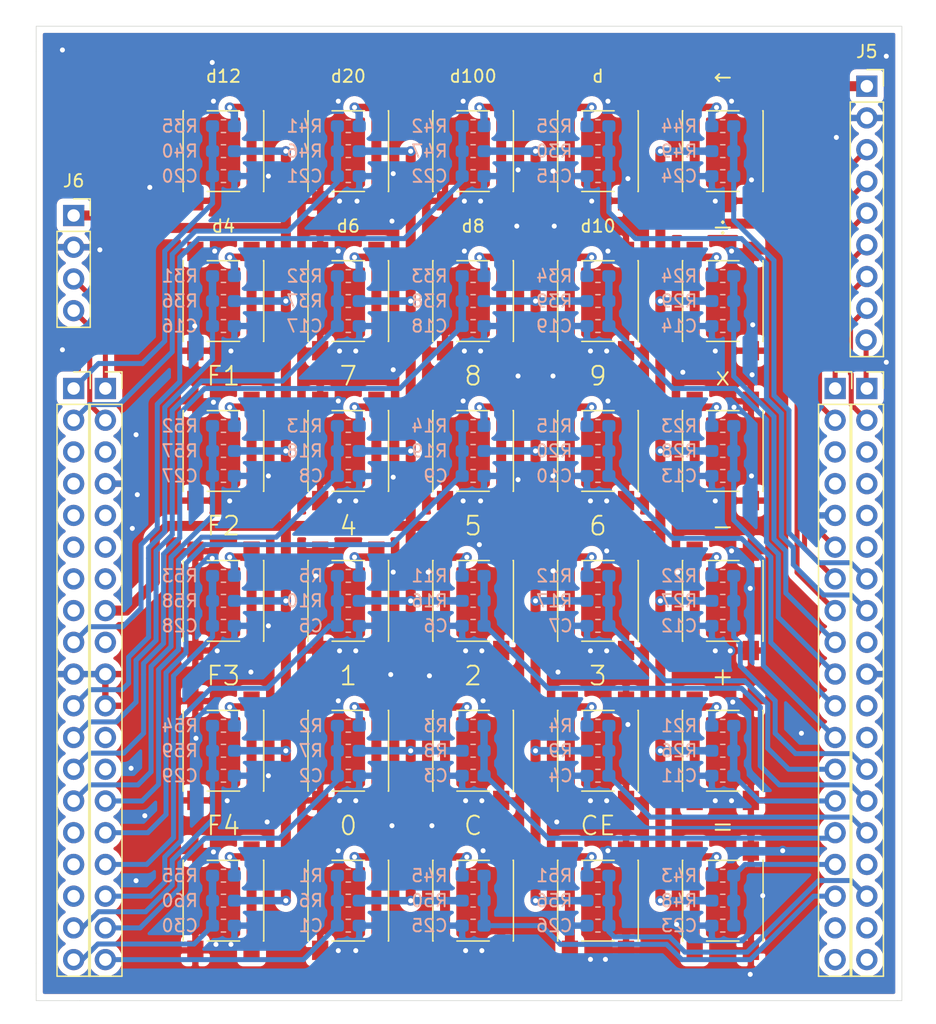
<source format=kicad_pcb>
(kicad_pcb (version 20171130) (host pcbnew "(5.1.10)-1")
  (layers (0 F.Cu signal hide) (31 B.Cu signal) (34 B.Paste user) (35 F.Paste user) (36 B.SilkS user) (37 F.SilkS user) (38 B.Mask user) (39 F.Mask user) (44 Edge.Cuts user))
  (net 0 "")
  (net 1 GND)
  (net 2 KEY_0)
  (net 3 KEY_1)
  (net 4 KEY_2)
  (net 5 KEY_3)
  (net 6 KEY_4)
  (net 7 KEY_5)
  (net 8 KEY_6)
  (net 9 KEY_7)
  (net 10 KEY_8)
  (net 11 KEY_9)
  (net 12 KEY_PLUS)
  (net 13 KEY_MINUS)
  (net 14 KEY_TIMES)
  (net 15 KEY_DIV)
  (net 16 KEY_D)
  (net 17 KEY_D4)
  (net 18 KEY_D6)
  (net 19 KEY_D8)
  (net 20 KEY_D10)
  (net 21 KEY_D12)
  (net 22 KEY_D20)
  (net 23 KEY_D100)
  (net 24 KEY_ENTER)
  (net 25 KEY_BKSPC)
  (net 26 KEY_CLRLN)
  (net 27 KEY_CLRALL)
  (net 28 KEY_F1)
  (net 29 KEY_F2)
  (net 30 KEY_F3)
  (net 31 KEY_F4)
  (net 32 VCC)
  (net 33 "Net-(J1-Pad5)")
  (net 34 "Net-(J1-Pad6)")
  (net 35 "Net-(J1-Pad15)")
  (net 36 "Net-(J1-Pad16)")
  (net 37 "Net-(J1-Pad17)")
  (net 38 "Net-(J2-Pad13)")
  (net 39 "Net-(J2-Pad12)")
  (net 40 "Net-(J2-Pad9)")
  (net 41 "Net-(J2-Pad7)")
  (net 42 "Net-(J2-Pad6)")
  (net 43 "Net-(J2-Pad5)")
  (net 44 "Net-(J2-Pad3)")
  (net 45 "Net-(J3-Pad3)")
  (net 46 "Net-(J3-Pad4)")
  (net 47 "Net-(J4-Pad19)")
  (net 48 "Net-(J4-Pad18)")
  (net 49 "Net-(J4-Pad16)")
  (net 50 "Net-(J4-Pad9)")
  (net 51 "Net-(J4-Pad5)")
  (net 52 "Net-(J4-Pad4)")
  (net 53 "Net-(R1-Pad2)")
  (net 54 "Net-(R2-Pad2)")
  (net 55 "Net-(R3-Pad2)")
  (net 56 "Net-(R4-Pad2)")
  (net 57 "Net-(R5-Pad2)")
  (net 58 "Net-(R11-Pad2)")
  (net 59 "Net-(R12-Pad2)")
  (net 60 "Net-(R13-Pad2)")
  (net 61 "Net-(R14-Pad2)")
  (net 62 "Net-(R15-Pad2)")
  (net 63 "Net-(R21-Pad2)")
  (net 64 "Net-(R22-Pad2)")
  (net 65 "Net-(R23-Pad2)")
  (net 66 "Net-(R24-Pad2)")
  (net 67 "Net-(R25-Pad2)")
  (net 68 "Net-(R31-Pad2)")
  (net 69 "Net-(R32-Pad2)")
  (net 70 "Net-(R33-Pad2)")
  (net 71 "Net-(R34-Pad2)")
  (net 72 "Net-(R35-Pad2)")
  (net 73 "Net-(R41-Pad2)")
  (net 74 "Net-(R42-Pad2)")
  (net 75 "Net-(R43-Pad2)")
  (net 76 "Net-(R44-Pad2)")
  (net 77 "Net-(R45-Pad2)")
  (net 78 "Net-(R51-Pad2)")
  (net 79 "Net-(R52-Pad2)")
  (net 80 "Net-(R53-Pad2)")
  (net 81 "Net-(R54-Pad2)")
  (net 82 "Net-(R55-Pad2)")
  (net 83 "Net-(J1-Pad3)")
  (net 84 SCK)
  (net 85 MISO)
  (net 86 MOSI)
  (net 87 EPD_CS)
  (net 88 EPD_DC)
  (net 89 EPD_RST)
  (net 90 EPD_BUSY)
  (net 91 "Net-(J1-Pad4)")
  (net 92 "Net-(J1-Pad7)")
  (net 93 "Net-(J1-Pad8)")
  (net 94 ENT_ENABLE)
  (net 95 ENT)
  (net 96 "Net-(J3-Pad18)")
  (net 97 "Net-(J3-Pad19)")
  (net 98 "Net-(J4-Pad12)")
  (net 99 "Net-(J4-Pad11)")
  (net 100 "Net-(J4-Pad6)")
  (net 101 "Net-(J4-Pad3)")
  (module Button_Switch_SMD:SW_Push_1P1T_NO_6x6mm_H9.5mm (layer F.Cu) (at 118.9 141.1 270)
    (fp_text reference SW11 hide)
    (fp_text value SW_Push)
    (pad 2 smd rect (at 3.975 2.25 270) (size 1.55 1.3) (layers F.Cu F.Paste F.Mask) (net 63 "Net-(R21-Pad2)"))
    (pad 1 smd rect (at 3.975 -2.25 270) (size 1.55 1.3) (layers F.Cu F.Paste F.Mask) (net 1 GND))
    (pad 1 smd rect (at -3.975 -2.25 270) (size 1.55 1.3) (layers F.Cu F.Paste F.Mask) (net 1 GND))
    (pad 2 smd rect (at -3.975 2.25 270) (size 1.55 1.3) (layers F.Cu F.Paste F.Mask) (net 63 "Net-(R21-Pad2)"))
  )
  (module Capacitor_SMD:C_0603_1608Metric_Pad1.05x0.95mm_HandSolder (layer B.Cu) (at 88.9 155.1)
    (fp_text reference C1 (at -3 0) (layer B.SilkS) (effects (justify mirror)))
    (fp_text value 0.1u)
    (pad 2 smd roundrect (at 0.875 0) (size 1.05 0.95) (layers B.Cu B.Paste B.Mask) (net 1 GND))
    (pad 1 smd roundrect (at -0.875 0) (size 1.05 0.95) (layers B.Cu B.Paste B.Mask) (net 2 KEY_0))
  )
  (module Capacitor_SMD:C_0603_1608Metric_Pad1.05x0.95mm_HandSolder (layer B.Cu) (at 88.9 143.1)
    (fp_text reference C2 (at -3 0) (layer B.SilkS) (effects (justify mirror)))
    (fp_text value 0.1u)
    (pad 1 smd roundrect (at -0.875 0) (size 1.05 0.95) (layers B.Cu B.Paste B.Mask) (net 3 KEY_1))
    (pad 2 smd roundrect (at 0.875 0) (size 1.05 0.95) (layers B.Cu B.Paste B.Mask) (net 1 GND))
  )
  (module Capacitor_SMD:C_0603_1608Metric_Pad1.05x0.95mm_HandSolder (layer B.Cu) (at 98.9 143.1 180)
    (fp_text reference C3 (at 3 0) (layer B.SilkS) (effects (justify mirror)))
    (fp_text value 0.1u)
    (pad 1 smd roundrect (at -0.875 0 180) (size 1.05 0.95) (layers B.Cu B.Paste B.Mask) (net 4 KEY_2))
    (pad 2 smd roundrect (at 0.875 0 180) (size 1.05 0.95) (layers B.Cu B.Paste B.Mask) (net 1 GND))
  )
  (module Capacitor_SMD:C_0603_1608Metric_Pad1.05x0.95mm_HandSolder (layer B.Cu) (at 108.9 143.1 180)
    (fp_text reference C4 (at 3 0) (layer B.SilkS) (effects (justify mirror)))
    (fp_text value 0.1u)
    (pad 1 smd roundrect (at -0.875 0 180) (size 1.05 0.95) (layers B.Cu B.Paste B.Mask) (net 5 KEY_3))
    (pad 2 smd roundrect (at 0.875 0 180) (size 1.05 0.95) (layers B.Cu B.Paste B.Mask) (net 1 GND))
  )
  (module Capacitor_SMD:C_0603_1608Metric_Pad1.05x0.95mm_HandSolder (layer B.Cu) (at 88.9 131.1)
    (fp_text reference C5 (at -3 0) (layer B.SilkS) (effects (justify mirror)))
    (fp_text value 0.1u)
    (pad 1 smd roundrect (at -0.875 0) (size 1.05 0.95) (layers B.Cu B.Paste B.Mask) (net 6 KEY_4))
    (pad 2 smd roundrect (at 0.875 0) (size 1.05 0.95) (layers B.Cu B.Paste B.Mask) (net 1 GND))
  )
  (module Capacitor_SMD:C_0603_1608Metric_Pad1.05x0.95mm_HandSolder (layer B.Cu) (at 98.9 131.1 180)
    (fp_text reference C6 (at 3 0) (layer B.SilkS) (effects (justify mirror)))
    (fp_text value 0.1u)
    (pad 1 smd roundrect (at -0.875 0 180) (size 1.05 0.95) (layers B.Cu B.Paste B.Mask) (net 7 KEY_5))
    (pad 2 smd roundrect (at 0.875 0 180) (size 1.05 0.95) (layers B.Cu B.Paste B.Mask) (net 1 GND))
  )
  (module Capacitor_SMD:C_0603_1608Metric_Pad1.05x0.95mm_HandSolder (layer B.Cu) (at 108.9 131.1 180)
    (fp_text reference C7 (at 3 0) (layer B.SilkS) (effects (justify mirror)))
    (fp_text value 0.1u)
    (pad 1 smd roundrect (at -0.875 0 180) (size 1.05 0.95) (layers B.Cu B.Paste B.Mask) (net 8 KEY_6))
    (pad 2 smd roundrect (at 0.875 0 180) (size 1.05 0.95) (layers B.Cu B.Paste B.Mask) (net 1 GND))
  )
  (module Capacitor_SMD:C_0603_1608Metric_Pad1.05x0.95mm_HandSolder (layer B.Cu) (at 88.9 119.1)
    (fp_text reference C8 (at -3 0) (layer B.SilkS) (effects (justify mirror)))
    (fp_text value 0.1u)
    (pad 1 smd roundrect (at -0.875 0) (size 1.05 0.95) (layers B.Cu B.Paste B.Mask) (net 9 KEY_7))
    (pad 2 smd roundrect (at 0.875 0) (size 1.05 0.95) (layers B.Cu B.Paste B.Mask) (net 1 GND))
  )
  (module Capacitor_SMD:C_0603_1608Metric_Pad1.05x0.95mm_HandSolder (layer B.Cu) (at 98.9 119.1)
    (fp_text reference C9 (at -3 0) (layer B.SilkS) (effects (justify mirror)))
    (fp_text value 0.1u)
    (pad 2 smd roundrect (at 0.875 0) (size 1.05 0.95) (layers B.Cu B.Paste B.Mask) (net 1 GND))
    (pad 1 smd roundrect (at -0.875 0) (size 1.05 0.95) (layers B.Cu B.Paste B.Mask) (net 10 KEY_8))
  )
  (module Capacitor_SMD:C_0603_1608Metric_Pad1.05x0.95mm_HandSolder (layer B.Cu) (at 108.9 119.1 180)
    (fp_text reference C10 (at 3.5 0) (layer B.SilkS) (effects (justify mirror)))
    (fp_text value 0.1u)
    (pad 2 smd roundrect (at 0.875 0 180) (size 1.05 0.95) (layers B.Cu B.Paste B.Mask) (net 1 GND))
    (pad 1 smd roundrect (at -0.875 0 180) (size 1.05 0.95) (layers B.Cu B.Paste B.Mask) (net 11 KEY_9))
  )
  (module Capacitor_SMD:C_0603_1608Metric_Pad1.05x0.95mm_HandSolder (layer B.Cu) (at 118.9 143.1 180)
    (fp_text reference C11 (at 3.5 0) (layer B.SilkS) (effects (justify mirror)))
    (fp_text value 0.1u)
    (pad 2 smd roundrect (at 0.875 0 180) (size 1.05 0.95) (layers B.Cu B.Paste B.Mask) (net 1 GND))
    (pad 1 smd roundrect (at -0.875 0 180) (size 1.05 0.95) (layers B.Cu B.Paste B.Mask) (net 12 KEY_PLUS))
  )
  (module Capacitor_SMD:C_0603_1608Metric_Pad1.05x0.95mm_HandSolder (layer B.Cu) (at 118.9 131.1 180)
    (fp_text reference C12 (at 3.5 0) (layer B.SilkS) (effects (justify mirror)))
    (fp_text value 0.1u)
    (pad 2 smd roundrect (at 0.875 0 180) (size 1.05 0.95) (layers B.Cu B.Paste B.Mask) (net 1 GND))
    (pad 1 smd roundrect (at -0.875 0 180) (size 1.05 0.95) (layers B.Cu B.Paste B.Mask) (net 13 KEY_MINUS))
  )
  (module Capacitor_SMD:C_0603_1608Metric_Pad1.05x0.95mm_HandSolder (layer B.Cu) (at 118.9 119.1 180)
    (fp_text reference C13 (at 3.5 0) (layer B.SilkS) (effects (justify mirror)))
    (fp_text value 0.1u)
    (pad 1 smd roundrect (at -0.875 0 180) (size 1.05 0.95) (layers B.Cu B.Paste B.Mask) (net 14 KEY_TIMES))
    (pad 2 smd roundrect (at 0.875 0 180) (size 1.05 0.95) (layers B.Cu B.Paste B.Mask) (net 1 GND))
  )
  (module Capacitor_SMD:C_0603_1608Metric_Pad1.05x0.95mm_HandSolder (layer B.Cu) (at 118.9 107.1 180)
    (fp_text reference C14 (at 3.5 0) (layer B.SilkS) (effects (justify mirror)))
    (fp_text value 0.1u)
    (pad 2 smd roundrect (at 0.875 0 180) (size 1.05 0.95) (layers B.Cu B.Paste B.Mask) (net 1 GND))
    (pad 1 smd roundrect (at -0.875 0 180) (size 1.05 0.95) (layers B.Cu B.Paste B.Mask) (net 15 KEY_DIV))
  )
  (module Capacitor_SMD:C_0603_1608Metric_Pad1.05x0.95mm_HandSolder (layer B.Cu) (at 108.9 95.1 180)
    (fp_text reference C15 (at 3.5 0) (layer B.SilkS) (effects (justify mirror)))
    (fp_text value 0.1u)
    (pad 1 smd roundrect (at -0.875 0 180) (size 1.05 0.95) (layers B.Cu B.Paste B.Mask) (net 16 KEY_D))
    (pad 2 smd roundrect (at 0.875 0 180) (size 1.05 0.95) (layers B.Cu B.Paste B.Mask) (net 1 GND))
  )
  (module Capacitor_SMD:C_0603_1608Metric_Pad1.05x0.95mm_HandSolder (layer B.Cu) (at 78.9 107.1)
    (fp_text reference C16 (at -3.5 0) (layer B.SilkS) (effects (justify mirror)))
    (fp_text value 0.1u)
    (pad 1 smd roundrect (at -0.875 0) (size 1.05 0.95) (layers B.Cu B.Paste B.Mask) (net 17 KEY_D4))
    (pad 2 smd roundrect (at 0.875 0) (size 1.05 0.95) (layers B.Cu B.Paste B.Mask) (net 1 GND))
  )
  (module Capacitor_SMD:C_0603_1608Metric_Pad1.05x0.95mm_HandSolder (layer B.Cu) (at 88.9 107.1)
    (fp_text reference C17 (at -3.5 0) (layer B.SilkS) (effects (justify mirror)))
    (fp_text value 0.1u)
    (pad 1 smd roundrect (at -0.875 0) (size 1.05 0.95) (layers B.Cu B.Paste B.Mask) (net 18 KEY_D6))
    (pad 2 smd roundrect (at 0.875 0) (size 1.05 0.95) (layers B.Cu B.Paste B.Mask) (net 1 GND))
  )
  (module Capacitor_SMD:C_0603_1608Metric_Pad1.05x0.95mm_HandSolder (layer B.Cu) (at 98.9 107.1)
    (fp_text reference C18 (at -3.5 0) (layer B.SilkS) (effects (justify mirror)))
    (fp_text value 0.1u)
    (pad 2 smd roundrect (at 0.875 0) (size 1.05 0.95) (layers B.Cu B.Paste B.Mask) (net 1 GND))
    (pad 1 smd roundrect (at -0.875 0) (size 1.05 0.95) (layers B.Cu B.Paste B.Mask) (net 19 KEY_D8))
  )
  (module Capacitor_SMD:C_0603_1608Metric_Pad1.05x0.95mm_HandSolder (layer B.Cu) (at 108.9 107.1 180)
    (fp_text reference C19 (at 3.5 0) (layer B.SilkS) (effects (justify mirror)))
    (fp_text value 0.1u)
    (pad 1 smd roundrect (at -0.875 0 180) (size 1.05 0.95) (layers B.Cu B.Paste B.Mask) (net 20 KEY_D10))
    (pad 2 smd roundrect (at 0.875 0 180) (size 1.05 0.95) (layers B.Cu B.Paste B.Mask) (net 1 GND))
  )
  (module Capacitor_SMD:C_0603_1608Metric_Pad1.05x0.95mm_HandSolder (layer B.Cu) (at 78.9 95.1)
    (fp_text reference C20 (at -3.5 0) (layer B.SilkS) (effects (justify mirror)))
    (fp_text value 0.1u)
    (pad 2 smd roundrect (at 0.875 0) (size 1.05 0.95) (layers B.Cu B.Paste B.Mask) (net 1 GND))
    (pad 1 smd roundrect (at -0.875 0) (size 1.05 0.95) (layers B.Cu B.Paste B.Mask) (net 21 KEY_D12))
  )
  (module Capacitor_SMD:C_0603_1608Metric_Pad1.05x0.95mm_HandSolder (layer B.Cu) (at 88.9 95.1)
    (fp_text reference C21 (at -3.5 0) (layer B.SilkS) (effects (justify mirror)))
    (fp_text value 0.1u)
    (pad 2 smd roundrect (at 0.875 0) (size 1.05 0.95) (layers B.Cu B.Paste B.Mask) (net 1 GND))
    (pad 1 smd roundrect (at -0.875 0) (size 1.05 0.95) (layers B.Cu B.Paste B.Mask) (net 22 KEY_D20))
  )
  (module Capacitor_SMD:C_0603_1608Metric_Pad1.05x0.95mm_HandSolder (layer B.Cu) (at 98.9 95.1)
    (fp_text reference C22 (at -3.5 0) (layer B.SilkS) (effects (justify mirror)))
    (fp_text value 0.1u)
    (pad 1 smd roundrect (at -0.875 0) (size 1.05 0.95) (layers B.Cu B.Paste B.Mask) (net 23 KEY_D100))
    (pad 2 smd roundrect (at 0.875 0) (size 1.05 0.95) (layers B.Cu B.Paste B.Mask) (net 1 GND))
  )
  (module Capacitor_SMD:C_0603_1608Metric_Pad1.05x0.95mm_HandSolder (layer B.Cu) (at 118.9 155.1 180)
    (fp_text reference C23 (at 3.5 0) (layer B.SilkS) (effects (justify mirror)))
    (fp_text value 0.1u)
    (pad 1 smd roundrect (at -0.875 0 180) (size 1.05 0.95) (layers B.Cu B.Paste B.Mask) (net 24 KEY_ENTER))
    (pad 2 smd roundrect (at 0.875 0 180) (size 1.05 0.95) (layers B.Cu B.Paste B.Mask) (net 1 GND))
  )
  (module Capacitor_SMD:C_0603_1608Metric_Pad1.05x0.95mm_HandSolder (layer B.Cu) (at 118.9 95.1 180)
    (fp_text reference C24 (at 3.5 0) (layer B.SilkS) (effects (justify mirror)))
    (fp_text value 0.1u)
    (pad 1 smd roundrect (at -0.875 0 180) (size 1.05 0.95) (layers B.Cu B.Paste B.Mask) (net 25 KEY_BKSPC))
    (pad 2 smd roundrect (at 0.875 0 180) (size 1.05 0.95) (layers B.Cu B.Paste B.Mask) (net 1 GND))
  )
  (module Capacitor_SMD:C_0603_1608Metric_Pad1.05x0.95mm_HandSolder (layer B.Cu) (at 98.9 155.1 180)
    (fp_text reference C25 (at 3.5 0) (layer B.SilkS) (effects (justify mirror)))
    (fp_text value 0.1u)
    (pad 2 smd roundrect (at 0.875 0 180) (size 1.05 0.95) (layers B.Cu B.Paste B.Mask) (net 1 GND))
    (pad 1 smd roundrect (at -0.875 0 180) (size 1.05 0.95) (layers B.Cu B.Paste B.Mask) (net 26 KEY_CLRLN))
  )
  (module Capacitor_SMD:C_0603_1608Metric_Pad1.05x0.95mm_HandSolder (layer B.Cu) (at 108.9 155.1 180)
    (fp_text reference C26 (at 3.5 0) (layer B.SilkS) (effects (justify mirror)))
    (fp_text value 0.1u)
    (pad 2 smd roundrect (at 0.875 0 180) (size 1.05 0.95) (layers B.Cu B.Paste B.Mask) (net 1 GND))
    (pad 1 smd roundrect (at -0.875 0 180) (size 1.05 0.95) (layers B.Cu B.Paste B.Mask) (net 27 KEY_CLRALL))
  )
  (module Capacitor_SMD:C_0603_1608Metric_Pad1.05x0.95mm_HandSolder (layer B.Cu) (at 78.9 119.1)
    (fp_text reference C27 (at -3.5 0) (layer B.SilkS) (effects (justify mirror)))
    (fp_text value 0.1u)
    (pad 2 smd roundrect (at 0.875 0) (size 1.05 0.95) (layers B.Cu B.Paste B.Mask) (net 1 GND))
    (pad 1 smd roundrect (at -0.875 0) (size 1.05 0.95) (layers B.Cu B.Paste B.Mask) (net 28 KEY_F1))
  )
  (module Capacitor_SMD:C_0603_1608Metric_Pad1.05x0.95mm_HandSolder (layer B.Cu) (at 78.9 131.1)
    (fp_text reference C28 (at -3.5 0) (layer B.SilkS) (effects (justify mirror)))
    (fp_text value 0.1u)
    (pad 2 smd roundrect (at 0.875 0) (size 1.05 0.95) (layers B.Cu B.Paste B.Mask) (net 1 GND))
    (pad 1 smd roundrect (at -0.875 0) (size 1.05 0.95) (layers B.Cu B.Paste B.Mask) (net 29 KEY_F2))
  )
  (module Capacitor_SMD:C_0603_1608Metric_Pad1.05x0.95mm_HandSolder (layer B.Cu) (at 78.9 143.1)
    (fp_text reference C29 (at -3.5 0) (layer B.SilkS) (effects (justify mirror)))
    (fp_text value 0.1u)
    (pad 2 smd roundrect (at 0.875 0) (size 1.05 0.95) (layers B.Cu B.Paste B.Mask) (net 1 GND))
    (pad 1 smd roundrect (at -0.875 0) (size 1.05 0.95) (layers B.Cu B.Paste B.Mask) (net 30 KEY_F3))
  )
  (module Capacitor_SMD:C_0603_1608Metric_Pad1.05x0.95mm_HandSolder (layer B.Cu) (at 78.9 155.1)
    (fp_text reference C30 (at -3.5 0) (layer B.SilkS) (effects (justify mirror)))
    (fp_text value 0.1u)
    (pad 2 smd roundrect (at 0.875 0) (size 1.05 0.95) (layers B.Cu B.Paste B.Mask) (net 1 GND))
    (pad 1 smd roundrect (at -0.875 0) (size 1.05 0.95) (layers B.Cu B.Paste B.Mask) (net 31 KEY_F4))
  )
  (module Connector_PinSocket_2.54mm:PinSocket_1x19_P2.54mm_Vertical (layer F.Cu) (at 66.9 112.1)
    (fp_text reference J1 hide)
    (fp_text value Conn_01x19_Female)
    (pad 1 thru_hole rect (at 0 0) (size 1.7 1.7) (drill 1) (layers *.Cu *.Mask) (net 21 KEY_D12))
    (pad 2 thru_hole oval (at 0 2.54) (size 1.7 1.7) (drill 1) (layers *.Cu *.Mask) (net 22 KEY_D20))
    (pad 3 thru_hole oval (at 0 5.08) (size 1.7 1.7) (drill 1) (layers *.Cu *.Mask) (net 83 "Net-(J1-Pad3)"))
    (pad 4 thru_hole oval (at 0 7.62) (size 1.7 1.7) (drill 1) (layers *.Cu *.Mask) (net 91 "Net-(J1-Pad4)"))
    (pad 5 thru_hole oval (at 0 10.16) (size 1.7 1.7) (drill 1) (layers *.Cu *.Mask) (net 33 "Net-(J1-Pad5)"))
    (pad 6 thru_hole oval (at 0 12.7) (size 1.7 1.7) (drill 1) (layers *.Cu *.Mask) (net 34 "Net-(J1-Pad6)"))
    (pad 7 thru_hole oval (at 0 15.24) (size 1.7 1.7) (drill 1) (layers *.Cu *.Mask) (net 92 "Net-(J1-Pad7)"))
    (pad 8 thru_hole oval (at 0 17.78) (size 1.7 1.7) (drill 1) (layers *.Cu *.Mask) (net 93 "Net-(J1-Pad8)"))
    (pad 9 thru_hole oval (at 0 20.32) (size 1.7 1.7) (drill 1) (layers *.Cu *.Mask) (net 23 KEY_D100))
    (pad 10 thru_hole oval (at 0 22.86) (size 1.7 1.7) (drill 1) (layers *.Cu *.Mask) (net 1 GND))
    (pad 11 thru_hole oval (at 0 25.4) (size 1.7 1.7) (drill 1) (layers *.Cu *.Mask) (net 17 KEY_D4))
    (pad 12 thru_hole oval (at 0 27.94) (size 1.7 1.7) (drill 1) (layers *.Cu *.Mask) (net 18 KEY_D6))
    (pad 13 thru_hole oval (at 0 30.48) (size 1.7 1.7) (drill 1) (layers *.Cu *.Mask) (net 19 KEY_D8))
    (pad 14 thru_hole oval (at 0 33.02) (size 1.7 1.7) (drill 1) (layers *.Cu *.Mask) (net 28 KEY_F1))
    (pad 15 thru_hole oval (at 0 35.56) (size 1.7 1.7) (drill 1) (layers *.Cu *.Mask) (net 35 "Net-(J1-Pad15)"))
    (pad 16 thru_hole oval (at 0 38.1) (size 1.7 1.7) (drill 1) (layers *.Cu *.Mask) (net 36 "Net-(J1-Pad16)"))
    (pad 17 thru_hole oval (at 0 40.64) (size 1.7 1.7) (drill 1) (layers *.Cu *.Mask) (net 37 "Net-(J1-Pad17)"))
    (pad 18 thru_hole oval (at 0 43.18) (size 1.7 1.7) (drill 1) (layers *.Cu *.Mask) (net 30 KEY_F3))
    (pad 19 thru_hole oval (at 0 45.72) (size 1.7 1.7) (drill 1) (layers *.Cu *.Mask) (net 31 KEY_F4))
  )
  (module Connector_PinSocket_2.54mm:PinSocket_1x19_P2.54mm_Vertical (layer F.Cu) (at 69.44 112.1)
    (fp_text reference J2 hide)
    (fp_text value Conn_01x19_Female)
    (pad 19 thru_hole oval (at 0 45.72) (size 1.7 1.7) (drill 1) (layers *.Cu *.Mask) (net 2 KEY_0))
    (pad 18 thru_hole oval (at 0 43.18) (size 1.7 1.7) (drill 1) (layers *.Cu *.Mask) (net 3 KEY_1))
    (pad 17 thru_hole oval (at 0 40.64) (size 1.7 1.7) (drill 1) (layers *.Cu *.Mask) (net 6 KEY_4))
    (pad 16 thru_hole oval (at 0 38.1) (size 1.7 1.7) (drill 1) (layers *.Cu *.Mask) (net 29 KEY_F2))
    (pad 15 thru_hole oval (at 0 35.56) (size 1.7 1.7) (drill 1) (layers *.Cu *.Mask) (net 10 KEY_8))
    (pad 14 thru_hole oval (at 0 33.02) (size 1.7 1.7) (drill 1) (layers *.Cu *.Mask) (net 9 KEY_7))
    (pad 13 thru_hole oval (at 0 30.48) (size 1.7 1.7) (drill 1) (layers *.Cu *.Mask) (net 38 "Net-(J2-Pad13)"))
    (pad 12 thru_hole oval (at 0 27.94) (size 1.7 1.7) (drill 1) (layers *.Cu *.Mask) (net 39 "Net-(J2-Pad12)"))
    (pad 11 thru_hole oval (at 0 25.4) (size 1.7 1.7) (drill 1) (layers *.Cu *.Mask) (net 1 GND))
    (pad 10 thru_hole oval (at 0 22.86) (size 1.7 1.7) (drill 1) (layers *.Cu *.Mask) (net 1 GND))
    (pad 9 thru_hole oval (at 0 20.32) (size 1.7 1.7) (drill 1) (layers *.Cu *.Mask) (net 40 "Net-(J2-Pad9)"))
    (pad 8 thru_hole oval (at 0 17.78) (size 1.7 1.7) (drill 1) (layers *.Cu *.Mask) (net 32 VCC))
    (pad 7 thru_hole oval (at 0 15.24) (size 1.7 1.7) (drill 1) (layers *.Cu *.Mask) (net 41 "Net-(J2-Pad7)"))
    (pad 6 thru_hole oval (at 0 12.7) (size 1.7 1.7) (drill 1) (layers *.Cu *.Mask) (net 42 "Net-(J2-Pad6)"))
    (pad 5 thru_hole oval (at 0 10.16) (size 1.7 1.7) (drill 1) (layers *.Cu *.Mask) (net 43 "Net-(J2-Pad5)"))
    (pad 4 thru_hole oval (at 0 7.62) (size 1.7 1.7) (drill 1) (layers *.Cu *.Mask) (net 1 GND))
    (pad 3 thru_hole oval (at 0 5.08) (size 1.7 1.7) (drill 1) (layers *.Cu *.Mask) (net 44 "Net-(J2-Pad3)"))
    (pad 2 thru_hole oval (at 0 2.54) (size 1.7 1.7) (drill 1) (layers *.Cu *.Mask) (net 95 ENT))
    (pad 1 thru_hole rect (at 0 0) (size 1.7 1.7) (drill 1) (layers *.Cu *.Mask) (net 94 ENT_ENABLE))
  )
  (module Connector_PinSocket_2.54mm:PinSocket_1x19_P2.54mm_Vertical (layer F.Cu) (at 127.9 112.1)
    (fp_text reference J3 hide)
    (fp_text value Conn_01x19_Female)
    (pad 1 thru_hole rect (at 0 0) (size 1.7 1.7) (drill 1) (layers *.Cu *.Mask) (net 90 EPD_BUSY))
    (pad 2 thru_hole oval (at 0 2.54) (size 1.7 1.7) (drill 1) (layers *.Cu *.Mask) (net 89 EPD_RST))
    (pad 3 thru_hole oval (at 0 5.08) (size 1.7 1.7) (drill 1) (layers *.Cu *.Mask) (net 45 "Net-(J3-Pad3)"))
    (pad 4 thru_hole oval (at 0 7.62) (size 1.7 1.7) (drill 1) (layers *.Cu *.Mask) (net 46 "Net-(J3-Pad4)"))
    (pad 5 thru_hole oval (at 0 10.16) (size 1.7 1.7) (drill 1) (layers *.Cu *.Mask) (net 1 GND))
    (pad 6 thru_hole oval (at 0 12.7) (size 1.7 1.7) (drill 1) (layers *.Cu *.Mask) (net 84 SCK))
    (pad 7 thru_hole oval (at 0 15.24) (size 1.7 1.7) (drill 1) (layers *.Cu *.Mask) (net 85 MISO))
    (pad 8 thru_hole oval (at 0 17.78) (size 1.7 1.7) (drill 1) (layers *.Cu *.Mask) (net 86 MOSI))
    (pad 9 thru_hole oval (at 0 20.32) (size 1.7 1.7) (drill 1) (layers *.Cu *.Mask) (net 15 KEY_DIV))
    (pad 10 thru_hole oval (at 0 22.86) (size 1.7 1.7) (drill 1) (layers *.Cu *.Mask) (net 20 KEY_D10))
    (pad 11 thru_hole oval (at 0 25.4) (size 1.7 1.7) (drill 1) (layers *.Cu *.Mask) (net 14 KEY_TIMES))
    (pad 12 thru_hole oval (at 0 27.94) (size 1.7 1.7) (drill 1) (layers *.Cu *.Mask) (net 11 KEY_9))
    (pad 13 thru_hole oval (at 0 30.48) (size 1.7 1.7) (drill 1) (layers *.Cu *.Mask) (net 8 KEY_6))
    (pad 14 thru_hole oval (at 0 33.02) (size 1.7 1.7) (drill 1) (layers *.Cu *.Mask) (net 12 KEY_PLUS))
    (pad 15 thru_hole oval (at 0 35.56) (size 1.7 1.7) (drill 1) (layers *.Cu *.Mask) (net 4 KEY_2))
    (pad 16 thru_hole oval (at 0 38.1) (size 1.7 1.7) (drill 1) (layers *.Cu *.Mask) (net 24 KEY_ENTER))
    (pad 17 thru_hole oval (at 0 40.64) (size 1.7 1.7) (drill 1) (layers *.Cu *.Mask) (net 26 KEY_CLRLN))
    (pad 18 thru_hole oval (at 0 43.18) (size 1.7 1.7) (drill 1) (layers *.Cu *.Mask) (net 96 "Net-(J3-Pad18)"))
    (pad 19 thru_hole oval (at 0 45.72) (size 1.7 1.7) (drill 1) (layers *.Cu *.Mask) (net 97 "Net-(J3-Pad19)"))
  )
  (module Connector_PinSocket_2.54mm:PinSocket_1x19_P2.54mm_Vertical (layer F.Cu) (at 130.44 112.1)
    (fp_text reference J4 hide)
    (fp_text value Conn_01x19_Female)
    (pad 19 thru_hole oval (at 0 45.72) (size 1.7 1.7) (drill 1) (layers *.Cu *.Mask) (net 47 "Net-(J4-Pad19)"))
    (pad 18 thru_hole oval (at 0 43.18) (size 1.7 1.7) (drill 1) (layers *.Cu *.Mask) (net 48 "Net-(J4-Pad18)"))
    (pad 17 thru_hole oval (at 0 40.64) (size 1.7 1.7) (drill 1) (layers *.Cu *.Mask) (net 27 KEY_CLRALL))
    (pad 16 thru_hole oval (at 0 38.1) (size 1.7 1.7) (drill 1) (layers *.Cu *.Mask) (net 49 "Net-(J4-Pad16)"))
    (pad 15 thru_hole oval (at 0 35.56) (size 1.7 1.7) (drill 1) (layers *.Cu *.Mask) (net 5 KEY_3))
    (pad 14 thru_hole oval (at 0 33.02) (size 1.7 1.7) (drill 1) (layers *.Cu *.Mask) (net 7 KEY_5))
    (pad 13 thru_hole oval (at 0 30.48) (size 1.7 1.7) (drill 1) (layers *.Cu *.Mask) (net 13 KEY_MINUS))
    (pad 12 thru_hole oval (at 0 27.94) (size 1.7 1.7) (drill 1) (layers *.Cu *.Mask) (net 98 "Net-(J4-Pad12)"))
    (pad 11 thru_hole oval (at 0 25.4) (size 1.7 1.7) (drill 1) (layers *.Cu *.Mask) (net 99 "Net-(J4-Pad11)"))
    (pad 10 thru_hole oval (at 0 22.86) (size 1.7 1.7) (drill 1) (layers *.Cu *.Mask) (net 1 GND))
    (pad 9 thru_hole oval (at 0 20.32) (size 1.7 1.7) (drill 1) (layers *.Cu *.Mask) (net 50 "Net-(J4-Pad9)"))
    (pad 8 thru_hole oval (at 0 17.78) (size 1.7 1.7) (drill 1) (layers *.Cu *.Mask) (net 16 KEY_D))
    (pad 7 thru_hole oval (at 0 15.24) (size 1.7 1.7) (drill 1) (layers *.Cu *.Mask) (net 25 KEY_BKSPC))
    (pad 6 thru_hole oval (at 0 12.7) (size 1.7 1.7) (drill 1) (layers *.Cu *.Mask) (net 100 "Net-(J4-Pad6)"))
    (pad 5 thru_hole oval (at 0 10.16) (size 1.7 1.7) (drill 1) (layers *.Cu *.Mask) (net 51 "Net-(J4-Pad5)"))
    (pad 4 thru_hole oval (at 0 7.62) (size 1.7 1.7) (drill 1) (layers *.Cu *.Mask) (net 52 "Net-(J4-Pad4)"))
    (pad 3 thru_hole oval (at 0 5.08) (size 1.7 1.7) (drill 1) (layers *.Cu *.Mask) (net 101 "Net-(J4-Pad3)"))
    (pad 2 thru_hole oval (at 0 2.54) (size 1.7 1.7) (drill 1) (layers *.Cu *.Mask) (net 88 EPD_DC))
    (pad 1 thru_hole rect (at 0 0) (size 1.7 1.7) (drill 1) (layers *.Cu *.Mask) (net 87 EPD_CS))
  )
  (module Resistor_SMD:R_0603_1608Metric_Pad1.05x0.95mm_HandSolder (layer B.Cu) (at 88.9 151.1)
    (fp_text reference R1 (at -3 0) (layer B.SilkS) (effects (justify mirror)))
    (fp_text value 1k)
    (pad 2 smd roundrect (at 0.875 0) (size 1.05 0.95) (layers B.Cu B.Paste B.Mask) (net 53 "Net-(R1-Pad2)"))
    (pad 1 smd roundrect (at -0.875 0) (size 1.05 0.95) (layers B.Cu B.Paste B.Mask) (net 2 KEY_0))
  )
  (module Resistor_SMD:R_0603_1608Metric_Pad1.05x0.95mm_HandSolder (layer B.Cu) (at 88.9 139.1)
    (fp_text reference R2 (at -3 0) (layer B.SilkS) (effects (justify mirror)))
    (fp_text value 1k)
    (pad 1 smd roundrect (at -0.875 0) (size 1.05 0.95) (layers B.Cu B.Paste B.Mask) (net 3 KEY_1))
    (pad 2 smd roundrect (at 0.875 0) (size 1.05 0.95) (layers B.Cu B.Paste B.Mask) (net 54 "Net-(R2-Pad2)"))
  )
  (module Resistor_SMD:R_0603_1608Metric_Pad1.05x0.95mm_HandSolder (layer B.Cu) (at 98.9 139.1 180)
    (fp_text reference R3 (at 3 0) (layer B.SilkS) (effects (justify mirror)))
    (fp_text value 1k)
    (pad 1 smd roundrect (at -0.875 0 180) (size 1.05 0.95) (layers B.Cu B.Paste B.Mask) (net 4 KEY_2))
    (pad 2 smd roundrect (at 0.875 0 180) (size 1.05 0.95) (layers B.Cu B.Paste B.Mask) (net 55 "Net-(R3-Pad2)"))
  )
  (module Resistor_SMD:R_0603_1608Metric_Pad1.05x0.95mm_HandSolder (layer B.Cu) (at 108.9 139.1 180)
    (fp_text reference R4 (at 3 0) (layer B.SilkS) (effects (justify mirror)))
    (fp_text value 1k)
    (pad 1 smd roundrect (at -0.875 0 180) (size 1.05 0.95) (layers B.Cu B.Paste B.Mask) (net 5 KEY_3))
    (pad 2 smd roundrect (at 0.875 0 180) (size 1.05 0.95) (layers B.Cu B.Paste B.Mask) (net 56 "Net-(R4-Pad2)"))
  )
  (module Resistor_SMD:R_0603_1608Metric_Pad1.05x0.95mm_HandSolder (layer B.Cu) (at 88.9 127.1)
    (fp_text reference R5 (at -3 0) (layer B.SilkS) (effects (justify mirror)))
    (fp_text value 1k)
    (pad 2 smd roundrect (at 0.875 0) (size 1.05 0.95) (layers B.Cu B.Paste B.Mask) (net 57 "Net-(R5-Pad2)"))
    (pad 1 smd roundrect (at -0.875 0) (size 1.05 0.95) (layers B.Cu B.Paste B.Mask) (net 6 KEY_4))
  )
  (module Resistor_SMD:R_0603_1608Metric_Pad1.05x0.95mm_HandSolder (layer B.Cu) (at 88.9 153.1 180)
    (fp_text reference R6 (at 3 0) (layer B.SilkS) (effects (justify mirror)))
    (fp_text value 10k)
    (pad 1 smd roundrect (at -0.875 0 180) (size 1.05 0.95) (layers B.Cu B.Paste B.Mask) (net 32 VCC))
    (pad 2 smd roundrect (at 0.875 0 180) (size 1.05 0.95) (layers B.Cu B.Paste B.Mask) (net 2 KEY_0))
  )
  (module Resistor_SMD:R_0603_1608Metric_Pad1.05x0.95mm_HandSolder (layer B.Cu) (at 88.9 141.1 180)
    (fp_text reference R7 (at 3 0) (layer B.SilkS) (effects (justify mirror)))
    (fp_text value 10k)
    (pad 2 smd roundrect (at 0.875 0 180) (size 1.05 0.95) (layers B.Cu B.Paste B.Mask) (net 3 KEY_1))
    (pad 1 smd roundrect (at -0.875 0 180) (size 1.05 0.95) (layers B.Cu B.Paste B.Mask) (net 32 VCC))
  )
  (module Resistor_SMD:R_0603_1608Metric_Pad1.05x0.95mm_HandSolder (layer B.Cu) (at 98.9 141.1)
    (fp_text reference R8 (at -3 0) (layer B.SilkS) (effects (justify mirror)))
    (fp_text value 10k)
    (pad 2 smd roundrect (at 0.875 0) (size 1.05 0.95) (layers B.Cu B.Paste B.Mask) (net 4 KEY_2))
    (pad 1 smd roundrect (at -0.875 0) (size 1.05 0.95) (layers B.Cu B.Paste B.Mask) (net 32 VCC))
  )
  (module Resistor_SMD:R_0603_1608Metric_Pad1.05x0.95mm_HandSolder (layer B.Cu) (at 108.9 141.1)
    (fp_text reference R9 (at -3 0) (layer B.SilkS) (effects (justify mirror)))
    (fp_text value 10k)
    (pad 2 smd roundrect (at 0.875 0) (size 1.05 0.95) (layers B.Cu B.Paste B.Mask) (net 5 KEY_3))
    (pad 1 smd roundrect (at -0.875 0) (size 1.05 0.95) (layers B.Cu B.Paste B.Mask) (net 32 VCC))
  )
  (module Resistor_SMD:R_0603_1608Metric_Pad1.05x0.95mm_HandSolder (layer B.Cu) (at 88.9 129.1 180)
    (fp_text reference R10 (at 3.5 0) (layer B.SilkS) (effects (justify mirror)))
    (fp_text value 10k)
    (pad 1 smd roundrect (at -0.875 0 180) (size 1.05 0.95) (layers B.Cu B.Paste B.Mask) (net 32 VCC))
    (pad 2 smd roundrect (at 0.875 0 180) (size 1.05 0.95) (layers B.Cu B.Paste B.Mask) (net 6 KEY_4))
  )
  (module Resistor_SMD:R_0603_1608Metric_Pad1.05x0.95mm_HandSolder (layer B.Cu) (at 98.9 127.1 180)
    (fp_text reference R11 (at 3.5 0) (layer B.SilkS) (effects (justify mirror)))
    (fp_text value 1k)
    (pad 2 smd roundrect (at 0.875 0 180) (size 1.05 0.95) (layers B.Cu B.Paste B.Mask) (net 58 "Net-(R11-Pad2)"))
    (pad 1 smd roundrect (at -0.875 0 180) (size 1.05 0.95) (layers B.Cu B.Paste B.Mask) (net 7 KEY_5))
  )
  (module Resistor_SMD:R_0603_1608Metric_Pad1.05x0.95mm_HandSolder (layer B.Cu) (at 108.9 127.1 180)
    (fp_text reference R12 (at 3.5 0) (layer B.SilkS) (effects (justify mirror)))
    (fp_text value 1k)
    (pad 2 smd roundrect (at 0.875 0 180) (size 1.05 0.95) (layers B.Cu B.Paste B.Mask) (net 59 "Net-(R12-Pad2)"))
    (pad 1 smd roundrect (at -0.875 0 180) (size 1.05 0.95) (layers B.Cu B.Paste B.Mask) (net 8 KEY_6))
  )
  (module Resistor_SMD:R_0603_1608Metric_Pad1.05x0.95mm_HandSolder (layer B.Cu) (at 88.9 115.1)
    (fp_text reference R13 (at -3.5 0) (layer B.SilkS) (effects (justify mirror)))
    (fp_text value 1k)
    (pad 2 smd roundrect (at 0.875 0) (size 1.05 0.95) (layers B.Cu B.Paste B.Mask) (net 60 "Net-(R13-Pad2)"))
    (pad 1 smd roundrect (at -0.875 0) (size 1.05 0.95) (layers B.Cu B.Paste B.Mask) (net 9 KEY_7))
  )
  (module Resistor_SMD:R_0603_1608Metric_Pad1.05x0.95mm_HandSolder (layer B.Cu) (at 98.9 115.1)
    (fp_text reference R14 (at -3.5 0) (layer B.SilkS) (effects (justify mirror)))
    (fp_text value 1k)
    (pad 2 smd roundrect (at 0.875 0) (size 1.05 0.95) (layers B.Cu B.Paste B.Mask) (net 61 "Net-(R14-Pad2)"))
    (pad 1 smd roundrect (at -0.875 0) (size 1.05 0.95) (layers B.Cu B.Paste B.Mask) (net 10 KEY_8))
  )
  (module Resistor_SMD:R_0603_1608Metric_Pad1.05x0.95mm_HandSolder (layer B.Cu) (at 108.9 115.1 180)
    (fp_text reference R15 (at 3.5 0) (layer B.SilkS) (effects (justify mirror)))
    (fp_text value 1k)
    (pad 2 smd roundrect (at 0.875 0 180) (size 1.05 0.95) (layers B.Cu B.Paste B.Mask) (net 62 "Net-(R15-Pad2)"))
    (pad 1 smd roundrect (at -0.875 0 180) (size 1.05 0.95) (layers B.Cu B.Paste B.Mask) (net 11 KEY_9))
  )
  (module Resistor_SMD:R_0603_1608Metric_Pad1.05x0.95mm_HandSolder (layer B.Cu) (at 98.9 129.1)
    (fp_text reference R16 (at -3.5 0) (layer B.SilkS) (effects (justify mirror)))
    (fp_text value 10k)
    (pad 1 smd roundrect (at -0.875 0) (size 1.05 0.95) (layers B.Cu B.Paste B.Mask) (net 32 VCC))
    (pad 2 smd roundrect (at 0.875 0) (size 1.05 0.95) (layers B.Cu B.Paste B.Mask) (net 7 KEY_5))
  )
  (module Resistor_SMD:R_0603_1608Metric_Pad1.05x0.95mm_HandSolder (layer B.Cu) (at 108.9 129.1)
    (fp_text reference R17 (at -3.5 0) (layer B.SilkS) (effects (justify mirror)))
    (fp_text value 10k)
    (pad 1 smd roundrect (at -0.875 0) (size 1.05 0.95) (layers B.Cu B.Paste B.Mask) (net 32 VCC))
    (pad 2 smd roundrect (at 0.875 0) (size 1.05 0.95) (layers B.Cu B.Paste B.Mask) (net 8 KEY_6))
  )
  (module Resistor_SMD:R_0603_1608Metric_Pad1.05x0.95mm_HandSolder (layer B.Cu) (at 88.9 117.1 180)
    (fp_text reference R18 (at 3.5 0) (layer B.SilkS) (effects (justify mirror)))
    (fp_text value 10k)
    (pad 1 smd roundrect (at -0.875 0 180) (size 1.05 0.95) (layers B.Cu B.Paste B.Mask) (net 32 VCC))
    (pad 2 smd roundrect (at 0.875 0 180) (size 1.05 0.95) (layers B.Cu B.Paste B.Mask) (net 9 KEY_7))
  )
  (module Resistor_SMD:R_0603_1608Metric_Pad1.05x0.95mm_HandSolder (layer B.Cu) (at 98.9 117.1 180)
    (fp_text reference R19 (at 3.5 0) (layer B.SilkS) (effects (justify mirror)))
    (fp_text value 10k)
    (pad 1 smd roundrect (at -0.875 0 180) (size 1.05 0.95) (layers B.Cu B.Paste B.Mask) (net 32 VCC))
    (pad 2 smd roundrect (at 0.875 0 180) (size 1.05 0.95) (layers B.Cu B.Paste B.Mask) (net 10 KEY_8))
  )
  (module Resistor_SMD:R_0603_1608Metric_Pad1.05x0.95mm_HandSolder (layer B.Cu) (at 108.9 117.1)
    (fp_text reference R20 (at -3.5 0) (layer B.SilkS) (effects (justify mirror)))
    (fp_text value 10k)
    (pad 1 smd roundrect (at -0.875 0) (size 1.05 0.95) (layers B.Cu B.Paste B.Mask) (net 32 VCC))
    (pad 2 smd roundrect (at 0.875 0) (size 1.05 0.95) (layers B.Cu B.Paste B.Mask) (net 11 KEY_9))
  )
  (module Resistor_SMD:R_0603_1608Metric_Pad1.05x0.95mm_HandSolder (layer B.Cu) (at 118.9 139.1 180)
    (fp_text reference R21 (at 3.5 0) (layer B.SilkS) (effects (justify mirror)))
    (fp_text value 1k)
    (pad 2 smd roundrect (at 0.875 0 180) (size 1.05 0.95) (layers B.Cu B.Paste B.Mask) (net 63 "Net-(R21-Pad2)"))
    (pad 1 smd roundrect (at -0.875 0 180) (size 1.05 0.95) (layers B.Cu B.Paste B.Mask) (net 12 KEY_PLUS))
  )
  (module Resistor_SMD:R_0603_1608Metric_Pad1.05x0.95mm_HandSolder (layer B.Cu) (at 118.9 127.1 180)
    (fp_text reference R22 (at 3.5 0) (layer B.SilkS) (effects (justify mirror)))
    (fp_text value 1k)
    (pad 2 smd roundrect (at 0.875 0 180) (size 1.05 0.95) (layers B.Cu B.Paste B.Mask) (net 64 "Net-(R22-Pad2)"))
    (pad 1 smd roundrect (at -0.875 0 180) (size 1.05 0.95) (layers B.Cu B.Paste B.Mask) (net 13 KEY_MINUS))
  )
  (module Resistor_SMD:R_0603_1608Metric_Pad1.05x0.95mm_HandSolder (layer B.Cu) (at 118.9 115.1 180)
    (fp_text reference R23 (at 3.5 0) (layer B.SilkS) (effects (justify mirror)))
    (fp_text value 1k)
    (pad 2 smd roundrect (at 0.875 0 180) (size 1.05 0.95) (layers B.Cu B.Paste B.Mask) (net 65 "Net-(R23-Pad2)"))
    (pad 1 smd roundrect (at -0.875 0 180) (size 1.05 0.95) (layers B.Cu B.Paste B.Mask) (net 14 KEY_TIMES))
  )
  (module Resistor_SMD:R_0603_1608Metric_Pad1.05x0.95mm_HandSolder (layer B.Cu) (at 118.9 103.1 180)
    (fp_text reference R24 (at 3.5 0) (layer B.SilkS) (effects (justify mirror)))
    (fp_text value 1k)
    (pad 2 smd roundrect (at 0.875 0 180) (size 1.05 0.95) (layers B.Cu B.Paste B.Mask) (net 66 "Net-(R24-Pad2)"))
    (pad 1 smd roundrect (at -0.875 0 180) (size 1.05 0.95) (layers B.Cu B.Paste B.Mask) (net 15 KEY_DIV))
  )
  (module Resistor_SMD:R_0603_1608Metric_Pad1.05x0.95mm_HandSolder (layer B.Cu) (at 108.9 91.1 180)
    (fp_text reference R25 (at 3.5 0) (layer B.SilkS) (effects (justify mirror)))
    (fp_text value 1k)
    (pad 2 smd roundrect (at 0.875 0 180) (size 1.05 0.95) (layers B.Cu B.Paste B.Mask) (net 67 "Net-(R25-Pad2)"))
    (pad 1 smd roundrect (at -0.875 0 180) (size 1.05 0.95) (layers B.Cu B.Paste B.Mask) (net 16 KEY_D))
  )
  (module Resistor_SMD:R_0603_1608Metric_Pad1.05x0.95mm_HandSolder (layer B.Cu) (at 118.9 141.1)
    (fp_text reference R26 (at -3.5 0) (layer B.SilkS) (effects (justify mirror)))
    (fp_text value 10k)
    (pad 1 smd roundrect (at -0.875 0) (size 1.05 0.95) (layers B.Cu B.Paste B.Mask) (net 32 VCC))
    (pad 2 smd roundrect (at 0.875 0) (size 1.05 0.95) (layers B.Cu B.Paste B.Mask) (net 12 KEY_PLUS))
  )
  (module Resistor_SMD:R_0603_1608Metric_Pad1.05x0.95mm_HandSolder (layer B.Cu) (at 118.9 129.1)
    (fp_text reference R27 (at -3.5 0) (layer B.SilkS) (effects (justify mirror)))
    (fp_text value 10k)
    (pad 1 smd roundrect (at -0.875 0) (size 1.05 0.95) (layers B.Cu B.Paste B.Mask) (net 32 VCC))
    (pad 2 smd roundrect (at 0.875 0) (size 1.05 0.95) (layers B.Cu B.Paste B.Mask) (net 13 KEY_MINUS))
  )
  (module Resistor_SMD:R_0603_1608Metric_Pad1.05x0.95mm_HandSolder (layer B.Cu) (at 118.9 117.1)
    (fp_text reference R28 (at -3.5 0) (layer B.SilkS) (effects (justify mirror)))
    (fp_text value 10k)
    (pad 1 smd roundrect (at -0.875 0) (size 1.05 0.95) (layers B.Cu B.Paste B.Mask) (net 32 VCC))
    (pad 2 smd roundrect (at 0.875 0) (size 1.05 0.95) (layers B.Cu B.Paste B.Mask) (net 14 KEY_TIMES))
  )
  (module Resistor_SMD:R_0603_1608Metric_Pad1.05x0.95mm_HandSolder (layer B.Cu) (at 118.9 105.1)
    (fp_text reference R29 (at -3.5 0) (layer B.SilkS) (effects (justify mirror)))
    (fp_text value 10k)
    (pad 1 smd roundrect (at -0.875 0) (size 1.05 0.95) (layers B.Cu B.Paste B.Mask) (net 32 VCC))
    (pad 2 smd roundrect (at 0.875 0) (size 1.05 0.95) (layers B.Cu B.Paste B.Mask) (net 15 KEY_DIV))
  )
  (module Resistor_SMD:R_0603_1608Metric_Pad1.05x0.95mm_HandSolder (layer B.Cu) (at 108.9 93.1)
    (fp_text reference R30 (at -3.5 0) (layer B.SilkS) (effects (justify mirror)))
    (fp_text value 10k)
    (pad 1 smd roundrect (at -0.875 0) (size 1.05 0.95) (layers B.Cu B.Paste B.Mask) (net 32 VCC))
    (pad 2 smd roundrect (at 0.875 0) (size 1.05 0.95) (layers B.Cu B.Paste B.Mask) (net 16 KEY_D))
  )
  (module Resistor_SMD:R_0603_1608Metric_Pad1.05x0.95mm_HandSolder (layer B.Cu) (at 78.9 103.1)
    (fp_text reference R31 (at -3.5 0) (layer B.SilkS) (effects (justify mirror)))
    (fp_text value 1k)
    (pad 2 smd roundrect (at 0.875 0) (size 1.05 0.95) (layers B.Cu B.Paste B.Mask) (net 68 "Net-(R31-Pad2)"))
    (pad 1 smd roundrect (at -0.875 0) (size 1.05 0.95) (layers B.Cu B.Paste B.Mask) (net 17 KEY_D4))
  )
  (module Resistor_SMD:R_0603_1608Metric_Pad1.05x0.95mm_HandSolder (layer B.Cu) (at 88.9 103.1)
    (fp_text reference R32 (at -3.5 0) (layer B.SilkS) (effects (justify mirror)))
    (fp_text value 1k)
    (pad 1 smd roundrect (at -0.875 0) (size 1.05 0.95) (layers B.Cu B.Paste B.Mask) (net 18 KEY_D6))
    (pad 2 smd roundrect (at 0.875 0) (size 1.05 0.95) (layers B.Cu B.Paste B.Mask) (net 69 "Net-(R32-Pad2)"))
  )
  (module Resistor_SMD:R_0603_1608Metric_Pad1.05x0.95mm_HandSolder (layer B.Cu) (at 98.9 103.1)
    (fp_text reference R33 (at -3.5 0) (layer B.SilkS) (effects (justify mirror)))
    (fp_text value 1k)
    (pad 1 smd roundrect (at -0.875 0) (size 1.05 0.95) (layers B.Cu B.Paste B.Mask) (net 19 KEY_D8))
    (pad 2 smd roundrect (at 0.875 0) (size 1.05 0.95) (layers B.Cu B.Paste B.Mask) (net 70 "Net-(R33-Pad2)"))
  )
  (module Resistor_SMD:R_0603_1608Metric_Pad1.05x0.95mm_HandSolder (layer B.Cu) (at 108.9 103.1 180)
    (fp_text reference R34 (at 3.5 0) (layer B.SilkS) (effects (justify mirror)))
    (fp_text value 1k)
    (pad 1 smd roundrect (at -0.875 0 180) (size 1.05 0.95) (layers B.Cu B.Paste B.Mask) (net 20 KEY_D10))
    (pad 2 smd roundrect (at 0.875 0 180) (size 1.05 0.95) (layers B.Cu B.Paste B.Mask) (net 71 "Net-(R34-Pad2)"))
  )
  (module Resistor_SMD:R_0603_1608Metric_Pad1.05x0.95mm_HandSolder (layer B.Cu) (at 78.9 91.1)
    (fp_text reference R35 (at -3.5 0) (layer B.SilkS) (effects (justify mirror)))
    (fp_text value 1k)
    (pad 1 smd roundrect (at -0.875 0) (size 1.05 0.95) (layers B.Cu B.Paste B.Mask) (net 21 KEY_D12))
    (pad 2 smd roundrect (at 0.875 0) (size 1.05 0.95) (layers B.Cu B.Paste B.Mask) (net 72 "Net-(R35-Pad2)"))
  )
  (module Resistor_SMD:R_0603_1608Metric_Pad1.05x0.95mm_HandSolder (layer B.Cu) (at 78.9 105.1 180)
    (fp_text reference R36 (at 3.5 0) (layer B.SilkS) (effects (justify mirror)))
    (fp_text value 10k)
    (pad 1 smd roundrect (at -0.875 0 180) (size 1.05 0.95) (layers B.Cu B.Paste B.Mask) (net 32 VCC))
    (pad 2 smd roundrect (at 0.875 0 180) (size 1.05 0.95) (layers B.Cu B.Paste B.Mask) (net 17 KEY_D4))
  )
  (module Resistor_SMD:R_0603_1608Metric_Pad1.05x0.95mm_HandSolder (layer B.Cu) (at 88.9 105.1 180)
    (fp_text reference R37 (at 3.5 0) (layer B.SilkS) (effects (justify mirror)))
    (fp_text value 10k)
    (pad 2 smd roundrect (at 0.875 0 180) (size 1.05 0.95) (layers B.Cu B.Paste B.Mask) (net 18 KEY_D6))
    (pad 1 smd roundrect (at -0.875 0 180) (size 1.05 0.95) (layers B.Cu B.Paste B.Mask) (net 32 VCC))
  )
  (module Resistor_SMD:R_0603_1608Metric_Pad1.05x0.95mm_HandSolder (layer B.Cu) (at 98.9 105.1 180)
    (fp_text reference R38 (at 3.5 0) (layer B.SilkS) (effects (justify mirror)))
    (fp_text value 10k)
    (pad 2 smd roundrect (at 0.875 0 180) (size 1.05 0.95) (layers B.Cu B.Paste B.Mask) (net 19 KEY_D8))
    (pad 1 smd roundrect (at -0.875 0 180) (size 1.05 0.95) (layers B.Cu B.Paste B.Mask) (net 32 VCC))
  )
  (module Resistor_SMD:R_0603_1608Metric_Pad1.05x0.95mm_HandSolder (layer B.Cu) (at 108.9 105.1)
    (fp_text reference R39 (at -3.5 0) (layer B.SilkS) (effects (justify mirror)))
    (fp_text value 10k)
    (pad 2 smd roundrect (at 0.875 0) (size 1.05 0.95) (layers B.Cu B.Paste B.Mask) (net 20 KEY_D10))
    (pad 1 smd roundrect (at -0.875 0) (size 1.05 0.95) (layers B.Cu B.Paste B.Mask) (net 32 VCC))
  )
  (module Resistor_SMD:R_0603_1608Metric_Pad1.05x0.95mm_HandSolder (layer B.Cu) (at 78.9 93.1 180)
    (fp_text reference R40 (at 3.5 0) (layer B.SilkS) (effects (justify mirror)))
    (fp_text value 10k)
    (pad 2 smd roundrect (at 0.875 0 180) (size 1.05 0.95) (layers B.Cu B.Paste B.Mask) (net 21 KEY_D12))
    (pad 1 smd roundrect (at -0.875 0 180) (size 1.05 0.95) (layers B.Cu B.Paste B.Mask) (net 32 VCC))
  )
  (module Resistor_SMD:R_0603_1608Metric_Pad1.05x0.95mm_HandSolder (layer B.Cu) (at 88.9 91.1)
    (fp_text reference R41 (at -3.5 0) (layer B.SilkS) (effects (justify mirror)))
    (fp_text value 1k)
    (pad 1 smd roundrect (at -0.875 0) (size 1.05 0.95) (layers B.Cu B.Paste B.Mask) (net 22 KEY_D20))
    (pad 2 smd roundrect (at 0.875 0) (size 1.05 0.95) (layers B.Cu B.Paste B.Mask) (net 73 "Net-(R41-Pad2)"))
  )
  (module Resistor_SMD:R_0603_1608Metric_Pad1.05x0.95mm_HandSolder (layer B.Cu) (at 98.9 91.1)
    (fp_text reference R42 (at -3.5 0) (layer B.SilkS) (effects (justify mirror)))
    (fp_text value 1k)
    (pad 1 smd roundrect (at -0.875 0) (size 1.05 0.95) (layers B.Cu B.Paste B.Mask) (net 23 KEY_D100))
    (pad 2 smd roundrect (at 0.875 0) (size 1.05 0.95) (layers B.Cu B.Paste B.Mask) (net 74 "Net-(R42-Pad2)"))
  )
  (module Resistor_SMD:R_0603_1608Metric_Pad1.05x0.95mm_HandSolder (layer B.Cu) (at 118.9 151.1 180)
    (fp_text reference R43 (at 3.5 0) (layer B.SilkS) (effects (justify mirror)))
    (fp_text value 1k)
    (pad 1 smd roundrect (at -0.875 0 180) (size 1.05 0.95) (layers B.Cu B.Paste B.Mask) (net 24 KEY_ENTER))
    (pad 2 smd roundrect (at 0.875 0 180) (size 1.05 0.95) (layers B.Cu B.Paste B.Mask) (net 75 "Net-(R43-Pad2)"))
  )
  (module Resistor_SMD:R_0603_1608Metric_Pad1.05x0.95mm_HandSolder (layer B.Cu) (at 118.9 91.1 180)
    (fp_text reference R44 (at 3.5 0) (layer B.SilkS) (effects (justify mirror)))
    (fp_text value 1k)
    (pad 1 smd roundrect (at -0.875 0 180) (size 1.05 0.95) (layers B.Cu B.Paste B.Mask) (net 25 KEY_BKSPC))
    (pad 2 smd roundrect (at 0.875 0 180) (size 1.05 0.95) (layers B.Cu B.Paste B.Mask) (net 76 "Net-(R44-Pad2)"))
  )
  (module Resistor_SMD:R_0603_1608Metric_Pad1.05x0.95mm_HandSolder (layer B.Cu) (at 98.9 151.1 180)
    (fp_text reference R45 (at 3.5 0) (layer B.SilkS) (effects (justify mirror)))
    (fp_text value 1k)
    (pad 1 smd roundrect (at -0.875 0 180) (size 1.05 0.95) (layers B.Cu B.Paste B.Mask) (net 26 KEY_CLRLN))
    (pad 2 smd roundrect (at 0.875 0 180) (size 1.05 0.95) (layers B.Cu B.Paste B.Mask) (net 77 "Net-(R45-Pad2)"))
  )
  (module Resistor_SMD:R_0603_1608Metric_Pad1.05x0.95mm_HandSolder (layer B.Cu) (at 88.9 93.1 180)
    (fp_text reference R46 (at 3.5 0) (layer B.SilkS) (effects (justify mirror)))
    (fp_text value 10k)
    (pad 2 smd roundrect (at 0.875 0 180) (size 1.05 0.95) (layers B.Cu B.Paste B.Mask) (net 22 KEY_D20))
    (pad 1 smd roundrect (at -0.875 0 180) (size 1.05 0.95) (layers B.Cu B.Paste B.Mask) (net 32 VCC))
  )
  (module Resistor_SMD:R_0603_1608Metric_Pad1.05x0.95mm_HandSolder (layer B.Cu) (at 98.9 93.1 180)
    (fp_text reference R47 (at 3.5 0) (layer B.SilkS) (effects (justify mirror)))
    (fp_text value 10k)
    (pad 2 smd roundrect (at 0.875 0 180) (size 1.05 0.95) (layers B.Cu B.Paste B.Mask) (net 23 KEY_D100))
    (pad 1 smd roundrect (at -0.875 0 180) (size 1.05 0.95) (layers B.Cu B.Paste B.Mask) (net 32 VCC))
  )
  (module Resistor_SMD:R_0603_1608Metric_Pad1.05x0.95mm_HandSolder (layer B.Cu) (at 118.9 153.1)
    (fp_text reference R48 (at -3.5 0) (layer B.SilkS) (effects (justify mirror)))
    (fp_text value 10k)
    (pad 2 smd roundrect (at 0.875 0) (size 1.05 0.95) (layers B.Cu B.Paste B.Mask) (net 24 KEY_ENTER))
    (pad 1 smd roundrect (at -0.875 0) (size 1.05 0.95) (layers B.Cu B.Paste B.Mask) (net 32 VCC))
  )
  (module Resistor_SMD:R_0603_1608Metric_Pad1.05x0.95mm_HandSolder (layer B.Cu) (at 118.9 93.1)
    (fp_text reference R49 (at -3.5 0) (layer B.SilkS) (effects (justify mirror)))
    (fp_text value 10k)
    (pad 2 smd roundrect (at 0.875 0) (size 1.05 0.95) (layers B.Cu B.Paste B.Mask) (net 25 KEY_BKSPC))
    (pad 1 smd roundrect (at -0.875 0) (size 1.05 0.95) (layers B.Cu B.Paste B.Mask) (net 32 VCC))
  )
  (module Resistor_SMD:R_0603_1608Metric_Pad1.05x0.95mm_HandSolder (layer B.Cu) (at 98.9 153.1)
    (fp_text reference R50 (at -3.5 0) (layer B.SilkS) (effects (justify mirror)))
    (fp_text value 10k)
    (pad 2 smd roundrect (at 0.875 0) (size 1.05 0.95) (layers B.Cu B.Paste B.Mask) (net 26 KEY_CLRLN))
    (pad 1 smd roundrect (at -0.875 0) (size 1.05 0.95) (layers B.Cu B.Paste B.Mask) (net 32 VCC))
  )
  (module Resistor_SMD:R_0603_1608Metric_Pad1.05x0.95mm_HandSolder (layer B.Cu) (at 108.9 151.1 180)
    (fp_text reference R51 (at 3.5 0) (layer B.SilkS) (effects (justify mirror)))
    (fp_text value 1k)
    (pad 1 smd roundrect (at -0.875 0 180) (size 1.05 0.95) (layers B.Cu B.Paste B.Mask) (net 27 KEY_CLRALL))
    (pad 2 smd roundrect (at 0.875 0 180) (size 1.05 0.95) (layers B.Cu B.Paste B.Mask) (net 78 "Net-(R51-Pad2)"))
  )
  (module Resistor_SMD:R_0603_1608Metric_Pad1.05x0.95mm_HandSolder (layer B.Cu) (at 78.9 115.1)
    (fp_text reference R52 (at -3.5 0) (layer B.SilkS) (effects (justify mirror)))
    (fp_text value 1k)
    (pad 1 smd roundrect (at -0.875 0) (size 1.05 0.95) (layers B.Cu B.Paste B.Mask) (net 28 KEY_F1))
    (pad 2 smd roundrect (at 0.875 0) (size 1.05 0.95) (layers B.Cu B.Paste B.Mask) (net 79 "Net-(R52-Pad2)"))
  )
  (module Resistor_SMD:R_0603_1608Metric_Pad1.05x0.95mm_HandSolder (layer B.Cu) (at 78.9 127.1)
    (fp_text reference R53 (at -3.5 0) (layer B.SilkS) (effects (justify mirror)))
    (fp_text value 1k)
    (pad 1 smd roundrect (at -0.875 0) (size 1.05 0.95) (layers B.Cu B.Paste B.Mask) (net 29 KEY_F2))
    (pad 2 smd roundrect (at 0.875 0) (size 1.05 0.95) (layers B.Cu B.Paste B.Mask) (net 80 "Net-(R53-Pad2)"))
  )
  (module Resistor_SMD:R_0603_1608Metric_Pad1.05x0.95mm_HandSolder (layer B.Cu) (at 78.9 139.1)
    (fp_text reference R54 (at -3.5 0) (layer B.SilkS) (effects (justify mirror)))
    (fp_text value 1k)
    (pad 2 smd roundrect (at 0.875 0) (size 1.05 0.95) (layers B.Cu B.Paste B.Mask) (net 81 "Net-(R54-Pad2)"))
    (pad 1 smd roundrect (at -0.875 0) (size 1.05 0.95) (layers B.Cu B.Paste B.Mask) (net 30 KEY_F3))
  )
  (module Resistor_SMD:R_0603_1608Metric_Pad1.05x0.95mm_HandSolder (layer B.Cu) (at 78.9 151.1)
    (fp_text reference R55 (at -3.5 0) (layer B.SilkS) (effects (justify mirror)))
    (fp_text value 1k)
    (pad 2 smd roundrect (at 0.875 0) (size 1.05 0.95) (layers B.Cu B.Paste B.Mask) (net 82 "Net-(R55-Pad2)"))
    (pad 1 smd roundrect (at -0.875 0) (size 1.05 0.95) (layers B.Cu B.Paste B.Mask) (net 31 KEY_F4))
  )
  (module Resistor_SMD:R_0603_1608Metric_Pad1.05x0.95mm_HandSolder (layer B.Cu) (at 108.9 153.1)
    (fp_text reference R56 (at -3.5 0) (layer B.SilkS) (effects (justify mirror)))
    (fp_text value 10k)
    (pad 2 smd roundrect (at 0.875 0) (size 1.05 0.95) (layers B.Cu B.Paste B.Mask) (net 27 KEY_CLRALL))
    (pad 1 smd roundrect (at -0.875 0) (size 1.05 0.95) (layers B.Cu B.Paste B.Mask) (net 32 VCC))
  )
  (module Resistor_SMD:R_0603_1608Metric_Pad1.05x0.95mm_HandSolder (layer B.Cu) (at 78.9 117.1 180)
    (fp_text reference R57 (at 3.5 0) (layer B.SilkS) (effects (justify mirror)))
    (fp_text value 10k)
    (pad 2 smd roundrect (at 0.875 0 180) (size 1.05 0.95) (layers B.Cu B.Paste B.Mask) (net 28 KEY_F1))
    (pad 1 smd roundrect (at -0.875 0 180) (size 1.05 0.95) (layers B.Cu B.Paste B.Mask) (net 32 VCC))
  )
  (module Resistor_SMD:R_0603_1608Metric_Pad1.05x0.95mm_HandSolder (layer B.Cu) (at 78.9 129.1 180)
    (fp_text reference R58 (at 3.5 0) (layer B.SilkS) (effects (justify mirror)))
    (fp_text value 10k)
    (pad 2 smd roundrect (at 0.875 0 180) (size 1.05 0.95) (layers B.Cu B.Paste B.Mask) (net 29 KEY_F2))
    (pad 1 smd roundrect (at -0.875 0 180) (size 1.05 0.95) (layers B.Cu B.Paste B.Mask) (net 32 VCC))
  )
  (module Resistor_SMD:R_0603_1608Metric_Pad1.05x0.95mm_HandSolder (layer B.Cu) (at 78.9 141.1 180)
    (fp_text reference R59 (at 3.5 0) (layer B.SilkS) (effects (justify mirror)))
    (fp_text value 10k)
    (pad 1 smd roundrect (at -0.875 0 180) (size 1.05 0.95) (layers B.Cu B.Paste B.Mask) (net 32 VCC))
    (pad 2 smd roundrect (at 0.875 0 180) (size 1.05 0.95) (layers B.Cu B.Paste B.Mask) (net 30 KEY_F3))
  )
  (module Resistor_SMD:R_0603_1608Metric_Pad1.05x0.95mm_HandSolder (layer B.Cu) (at 78.9 153.1 180)
    (fp_text reference R60 (at 3.5 0) (layer B.SilkS) (effects (justify mirror)))
    (fp_text value 10k)
    (pad 1 smd roundrect (at -0.875 0 180) (size 1.05 0.95) (layers B.Cu B.Paste B.Mask) (net 32 VCC))
    (pad 2 smd roundrect (at 0.875 0 180) (size 1.05 0.95) (layers B.Cu B.Paste B.Mask) (net 31 KEY_F4))
  )
  (module Button_Switch_SMD:SW_Push_1P1T_NO_6x6mm_H9.5mm (layer F.Cu) (at 88.9 153.1 90)
    (fp_text reference SW1 hide)
    (fp_text value SW_Push)
    (pad 2 smd rect (at -3.975 2.25 90) (size 1.55 1.3) (layers F.Cu F.Paste F.Mask) (net 53 "Net-(R1-Pad2)"))
    (pad 1 smd rect (at -3.975 -2.25 90) (size 1.55 1.3) (layers F.Cu F.Paste F.Mask) (net 1 GND))
    (pad 1 smd rect (at 3.975 -2.25 90) (size 1.55 1.3) (layers F.Cu F.Paste F.Mask) (net 1 GND))
    (pad 2 smd rect (at 3.975 2.25 90) (size 1.55 1.3) (layers F.Cu F.Paste F.Mask) (net 53 "Net-(R1-Pad2)"))
  )
  (module Button_Switch_SMD:SW_Push_1P1T_NO_6x6mm_H9.5mm (layer F.Cu) (at 88.9 141.1 90)
    (fp_text reference SW2 hide)
    (fp_text value SW_Push)
    (pad 2 smd rect (at 3.975 2.25 90) (size 1.55 1.3) (layers F.Cu F.Paste F.Mask) (net 54 "Net-(R2-Pad2)"))
    (pad 1 smd rect (at 3.975 -2.25 90) (size 1.55 1.3) (layers F.Cu F.Paste F.Mask) (net 1 GND))
    (pad 1 smd rect (at -3.975 -2.25 90) (size 1.55 1.3) (layers F.Cu F.Paste F.Mask) (net 1 GND))
    (pad 2 smd rect (at -3.975 2.25 90) (size 1.55 1.3) (layers F.Cu F.Paste F.Mask) (net 54 "Net-(R2-Pad2)"))
  )
  (module Button_Switch_SMD:SW_Push_1P1T_NO_6x6mm_H9.5mm (layer F.Cu) (at 98.9 141.1 270)
    (fp_text reference SW3 hide)
    (fp_text value SW_Push)
    (pad 2 smd rect (at 3.975 2.25 270) (size 1.55 1.3) (layers F.Cu F.Paste F.Mask) (net 55 "Net-(R3-Pad2)"))
    (pad 1 smd rect (at 3.975 -2.25 270) (size 1.55 1.3) (layers F.Cu F.Paste F.Mask) (net 1 GND))
    (pad 1 smd rect (at -3.975 -2.25 270) (size 1.55 1.3) (layers F.Cu F.Paste F.Mask) (net 1 GND))
    (pad 2 smd rect (at -3.975 2.25 270) (size 1.55 1.3) (layers F.Cu F.Paste F.Mask) (net 55 "Net-(R3-Pad2)"))
  )
  (module Button_Switch_SMD:SW_Push_1P1T_NO_6x6mm_H9.5mm (layer F.Cu) (at 108.9 141.1 270)
    (fp_text reference SW4 hide)
    (fp_text value SW_Push)
    (pad 2 smd rect (at 3.975 2.25 270) (size 1.55 1.3) (layers F.Cu F.Paste F.Mask) (net 56 "Net-(R4-Pad2)"))
    (pad 1 smd rect (at 3.975 -2.25 270) (size 1.55 1.3) (layers F.Cu F.Paste F.Mask) (net 1 GND))
    (pad 1 smd rect (at -3.975 -2.25 270) (size 1.55 1.3) (layers F.Cu F.Paste F.Mask) (net 1 GND))
    (pad 2 smd rect (at -3.975 2.25 270) (size 1.55 1.3) (layers F.Cu F.Paste F.Mask) (net 56 "Net-(R4-Pad2)"))
  )
  (module Button_Switch_SMD:SW_Push_1P1T_NO_6x6mm_H9.5mm (layer F.Cu) (at 88.9 129.1 90)
    (fp_text reference SW5 hide)
    (fp_text value SW_Push)
    (pad 2 smd rect (at 3.975 2.25 90) (size 1.55 1.3) (layers F.Cu F.Paste F.Mask) (net 57 "Net-(R5-Pad2)"))
    (pad 1 smd rect (at 3.975 -2.25 90) (size 1.55 1.3) (layers F.Cu F.Paste F.Mask) (net 1 GND))
    (pad 1 smd rect (at -3.975 -2.25 90) (size 1.55 1.3) (layers F.Cu F.Paste F.Mask) (net 1 GND))
    (pad 2 smd rect (at -3.975 2.25 90) (size 1.55 1.3) (layers F.Cu F.Paste F.Mask) (net 57 "Net-(R5-Pad2)"))
  )
  (module Button_Switch_SMD:SW_Push_1P1T_NO_6x6mm_H9.5mm (layer F.Cu) (at 98.9 129.1 270)
    (fp_text reference SW6 hide)
    (fp_text value SW_Push)
    (pad 2 smd rect (at -3.975 2.25 270) (size 1.55 1.3) (layers F.Cu F.Paste F.Mask) (net 58 "Net-(R11-Pad2)"))
    (pad 1 smd rect (at -3.975 -2.25 270) (size 1.55 1.3) (layers F.Cu F.Paste F.Mask) (net 1 GND))
    (pad 1 smd rect (at 3.975 -2.25 270) (size 1.55 1.3) (layers F.Cu F.Paste F.Mask) (net 1 GND))
    (pad 2 smd rect (at 3.975 2.25 270) (size 1.55 1.3) (layers F.Cu F.Paste F.Mask) (net 58 "Net-(R11-Pad2)"))
  )
  (module Button_Switch_SMD:SW_Push_1P1T_NO_6x6mm_H9.5mm (layer F.Cu) (at 108.9 129.1 270)
    (fp_text reference SW7 hide)
    (fp_text value SW_Push)
    (pad 2 smd rect (at 3.975 2.25 270) (size 1.55 1.3) (layers F.Cu F.Paste F.Mask) (net 59 "Net-(R12-Pad2)"))
    (pad 1 smd rect (at 3.975 -2.25 270) (size 1.55 1.3) (layers F.Cu F.Paste F.Mask) (net 1 GND))
    (pad 1 smd rect (at -3.975 -2.25 270) (size 1.55 1.3) (layers F.Cu F.Paste F.Mask) (net 1 GND))
    (pad 2 smd rect (at -3.975 2.25 270) (size 1.55 1.3) (layers F.Cu F.Paste F.Mask) (net 59 "Net-(R12-Pad2)"))
  )
  (module Button_Switch_SMD:SW_Push_1P1T_NO_6x6mm_H9.5mm (layer F.Cu) (at 88.9 117.1 90)
    (fp_text reference SW8 hide)
    (fp_text value SW_Push)
    (pad 2 smd rect (at 3.975 2.25 90) (size 1.55 1.3) (layers F.Cu F.Paste F.Mask) (net 60 "Net-(R13-Pad2)"))
    (pad 1 smd rect (at 3.975 -2.25 90) (size 1.55 1.3) (layers F.Cu F.Paste F.Mask) (net 1 GND))
    (pad 1 smd rect (at -3.975 -2.25 90) (size 1.55 1.3) (layers F.Cu F.Paste F.Mask) (net 1 GND))
    (pad 2 smd rect (at -3.975 2.25 90) (size 1.55 1.3) (layers F.Cu F.Paste F.Mask) (net 60 "Net-(R13-Pad2)"))
  )
  (module Button_Switch_SMD:SW_Push_1P1T_NO_6x6mm_H9.5mm (layer F.Cu) (at 98.9 117.1 90)
    (fp_text reference SW9 hide)
    (fp_text value SW_Push)
    (pad 2 smd rect (at 3.975 2.25 90) (size 1.55 1.3) (layers F.Cu F.Paste F.Mask) (net 61 "Net-(R14-Pad2)"))
    (pad 1 smd rect (at 3.975 -2.25 90) (size 1.55 1.3) (layers F.Cu F.Paste F.Mask) (net 1 GND))
    (pad 1 smd rect (at -3.975 -2.25 90) (size 1.55 1.3) (layers F.Cu F.Paste F.Mask) (net 1 GND))
    (pad 2 smd rect (at -3.975 2.25 90) (size 1.55 1.3) (layers F.Cu F.Paste F.Mask) (net 61 "Net-(R14-Pad2)"))
  )
  (module Button_Switch_SMD:SW_Push_1P1T_NO_6x6mm_H9.5mm (layer F.Cu) (at 108.9 117.1 270)
    (fp_text reference SW10 hide)
    (fp_text value SW_Push)
    (pad 2 smd rect (at -3.975 2.25 270) (size 1.55 1.3) (layers F.Cu F.Paste F.Mask) (net 62 "Net-(R15-Pad2)"))
    (pad 1 smd rect (at -3.975 -2.25 270) (size 1.55 1.3) (layers F.Cu F.Paste F.Mask) (net 1 GND))
    (pad 1 smd rect (at 3.975 -2.25 270) (size 1.55 1.3) (layers F.Cu F.Paste F.Mask) (net 1 GND))
    (pad 2 smd rect (at 3.975 2.25 270) (size 1.55 1.3) (layers F.Cu F.Paste F.Mask) (net 62 "Net-(R15-Pad2)"))
  )
  (module Button_Switch_SMD:SW_Push_1P1T_NO_6x6mm_H9.5mm (layer F.Cu) (at 118.9 129.1 270)
    (fp_text reference SW12 hide)
    (fp_text value SW_Push)
    (pad 2 smd rect (at 3.975 2.25 270) (size 1.55 1.3) (layers F.Cu F.Paste F.Mask) (net 64 "Net-(R22-Pad2)"))
    (pad 1 smd rect (at 3.975 -2.25 270) (size 1.55 1.3) (layers F.Cu F.Paste F.Mask) (net 1 GND))
    (pad 1 smd rect (at -3.975 -2.25 270) (size 1.55 1.3) (layers F.Cu F.Paste F.Mask) (net 1 GND))
    (pad 2 smd rect (at -3.975 2.25 270) (size 1.55 1.3) (layers F.Cu F.Paste F.Mask) (net 64 "Net-(R22-Pad2)"))
  )
  (module Button_Switch_SMD:SW_Push_1P1T_NO_6x6mm_H9.5mm (layer F.Cu) (at 118.9 117.1 270)
    (fp_text reference SW13 hide)
    (fp_text value SW_Push)
    (pad 2 smd rect (at -3.975 2.25 270) (size 1.55 1.3) (layers F.Cu F.Paste F.Mask) (net 65 "Net-(R23-Pad2)"))
    (pad 1 smd rect (at -3.975 -2.25 270) (size 1.55 1.3) (layers F.Cu F.Paste F.Mask) (net 1 GND))
    (pad 1 smd rect (at 3.975 -2.25 270) (size 1.55 1.3) (layers F.Cu F.Paste F.Mask) (net 1 GND))
    (pad 2 smd rect (at 3.975 2.25 270) (size 1.55 1.3) (layers F.Cu F.Paste F.Mask) (net 65 "Net-(R23-Pad2)"))
  )
  (module Button_Switch_SMD:SW_Push_1P1T_NO_6x6mm_H9.5mm (layer F.Cu) (at 118.9 105.1 270)
    (fp_text reference SW14 hide)
    (fp_text value SW_Push)
    (pad 2 smd rect (at -3.975 2.25 270) (size 1.55 1.3) (layers F.Cu F.Paste F.Mask) (net 66 "Net-(R24-Pad2)"))
    (pad 1 smd rect (at -3.975 -2.25 270) (size 1.55 1.3) (layers F.Cu F.Paste F.Mask) (net 1 GND))
    (pad 1 smd rect (at 3.975 -2.25 270) (size 1.55 1.3) (layers F.Cu F.Paste F.Mask) (net 1 GND))
    (pad 2 smd rect (at 3.975 2.25 270) (size 1.55 1.3) (layers F.Cu F.Paste F.Mask) (net 66 "Net-(R24-Pad2)"))
  )
  (module Button_Switch_SMD:SW_Push_1P1T_NO_6x6mm_H9.5mm (layer F.Cu) (at 108.9 93.1 270)
    (fp_text reference SW15 hide)
    (fp_text value SW_Push)
    (pad 2 smd rect (at -3.975 2.25 270) (size 1.55 1.3) (layers F.Cu F.Paste F.Mask) (net 67 "Net-(R25-Pad2)"))
    (pad 1 smd rect (at -3.975 -2.25 270) (size 1.55 1.3) (layers F.Cu F.Paste F.Mask) (net 1 GND))
    (pad 1 smd rect (at 3.975 -2.25 270) (size 1.55 1.3) (layers F.Cu F.Paste F.Mask) (net 1 GND))
    (pad 2 smd rect (at 3.975 2.25 270) (size 1.55 1.3) (layers F.Cu F.Paste F.Mask) (net 67 "Net-(R25-Pad2)"))
  )
  (module Button_Switch_SMD:SW_Push_1P1T_NO_6x6mm_H9.5mm (layer F.Cu) (at 78.9 105.1 90)
    (fp_text reference SW16 hide)
    (fp_text value SW_Push)
    (pad 2 smd rect (at 3.975 2.25 90) (size 1.55 1.3) (layers F.Cu F.Paste F.Mask) (net 68 "Net-(R31-Pad2)"))
    (pad 1 smd rect (at 3.975 -2.25 90) (size 1.55 1.3) (layers F.Cu F.Paste F.Mask) (net 1 GND))
    (pad 1 smd rect (at -3.975 -2.25 90) (size 1.55 1.3) (layers F.Cu F.Paste F.Mask) (net 1 GND))
    (pad 2 smd rect (at -3.975 2.25 90) (size 1.55 1.3) (layers F.Cu F.Paste F.Mask) (net 68 "Net-(R31-Pad2)"))
  )
  (module Button_Switch_SMD:SW_Push_1P1T_NO_6x6mm_H9.5mm (layer F.Cu) (at 88.9 105.1 90)
    (fp_text reference SW17 hide)
    (fp_text value SW_Push)
    (pad 2 smd rect (at 3.975 2.25 90) (size 1.55 1.3) (layers F.Cu F.Paste F.Mask) (net 69 "Net-(R32-Pad2)"))
    (pad 1 smd rect (at 3.975 -2.25 90) (size 1.55 1.3) (layers F.Cu F.Paste F.Mask) (net 1 GND))
    (pad 1 smd rect (at -3.975 -2.25 90) (size 1.55 1.3) (layers F.Cu F.Paste F.Mask) (net 1 GND))
    (pad 2 smd rect (at -3.975 2.25 90) (size 1.55 1.3) (layers F.Cu F.Paste F.Mask) (net 69 "Net-(R32-Pad2)"))
  )
  (module Button_Switch_SMD:SW_Push_1P1T_NO_6x6mm_H9.5mm (layer F.Cu) (at 98.9 105.1 90)
    (fp_text reference SW18 hide)
    (fp_text value SW_Push)
    (pad 2 smd rect (at 3.975 2.25 90) (size 1.55 1.3) (layers F.Cu F.Paste F.Mask) (net 70 "Net-(R33-Pad2)"))
    (pad 1 smd rect (at 3.975 -2.25 90) (size 1.55 1.3) (layers F.Cu F.Paste F.Mask) (net 1 GND))
    (pad 1 smd rect (at -3.975 -2.25 90) (size 1.55 1.3) (layers F.Cu F.Paste F.Mask) (net 1 GND))
    (pad 2 smd rect (at -3.975 2.25 90) (size 1.55 1.3) (layers F.Cu F.Paste F.Mask) (net 70 "Net-(R33-Pad2)"))
  )
  (module Button_Switch_SMD:SW_Push_1P1T_NO_6x6mm_H9.5mm (layer F.Cu) (at 108.9 105.1 270)
    (fp_text reference SW19 hide)
    (fp_text value SW_Push)
    (pad 2 smd rect (at 3.975 2.25 270) (size 1.55 1.3) (layers F.Cu F.Paste F.Mask) (net 71 "Net-(R34-Pad2)"))
    (pad 1 smd rect (at 3.975 -2.25 270) (size 1.55 1.3) (layers F.Cu F.Paste F.Mask) (net 1 GND))
    (pad 1 smd rect (at -3.975 -2.25 270) (size 1.55 1.3) (layers F.Cu F.Paste F.Mask) (net 1 GND))
    (pad 2 smd rect (at -3.975 2.25 270) (size 1.55 1.3) (layers F.Cu F.Paste F.Mask) (net 71 "Net-(R34-Pad2)"))
  )
  (module Button_Switch_SMD:SW_Push_1P1T_NO_6x6mm_H9.5mm (layer F.Cu) (at 78.9 93.1 90)
    (fp_text reference SW20 hide)
    (fp_text value SW_Push)
    (pad 2 smd rect (at -3.975 2.25 90) (size 1.55 1.3) (layers F.Cu F.Paste F.Mask) (net 72 "Net-(R35-Pad2)"))
    (pad 1 smd rect (at -3.975 -2.25 90) (size 1.55 1.3) (layers F.Cu F.Paste F.Mask) (net 1 GND))
    (pad 1 smd rect (at 3.975 -2.25 90) (size 1.55 1.3) (layers F.Cu F.Paste F.Mask) (net 1 GND))
    (pad 2 smd rect (at 3.975 2.25 90) (size 1.55 1.3) (layers F.Cu F.Paste F.Mask) (net 72 "Net-(R35-Pad2)"))
  )
  (module Button_Switch_SMD:SW_Push_1P1T_NO_6x6mm_H9.5mm (layer F.Cu) (at 88.9 93.1 90)
    (fp_text reference SW21 hide)
    (fp_text value SW_Push)
    (pad 2 smd rect (at -3.975 2.25 90) (size 1.55 1.3) (layers F.Cu F.Paste F.Mask) (net 73 "Net-(R41-Pad2)"))
    (pad 1 smd rect (at -3.975 -2.25 90) (size 1.55 1.3) (layers F.Cu F.Paste F.Mask) (net 1 GND))
    (pad 1 smd rect (at 3.975 -2.25 90) (size 1.55 1.3) (layers F.Cu F.Paste F.Mask) (net 1 GND))
    (pad 2 smd rect (at 3.975 2.25 90) (size 1.55 1.3) (layers F.Cu F.Paste F.Mask) (net 73 "Net-(R41-Pad2)"))
  )
  (module Button_Switch_SMD:SW_Push_1P1T_NO_6x6mm_H9.5mm (layer F.Cu) (at 98.9 93.1 90)
    (fp_text reference SW22 hide)
    (fp_text value SW_Push)
    (pad 2 smd rect (at 3.975 2.25 90) (size 1.55 1.3) (layers F.Cu F.Paste F.Mask) (net 74 "Net-(R42-Pad2)"))
    (pad 1 smd rect (at 3.975 -2.25 90) (size 1.55 1.3) (layers F.Cu F.Paste F.Mask) (net 1 GND))
    (pad 1 smd rect (at -3.975 -2.25 90) (size 1.55 1.3) (layers F.Cu F.Paste F.Mask) (net 1 GND))
    (pad 2 smd rect (at -3.975 2.25 90) (size 1.55 1.3) (layers F.Cu F.Paste F.Mask) (net 74 "Net-(R42-Pad2)"))
  )
  (module Button_Switch_SMD:SW_Push_1P1T_NO_6x6mm_H9.5mm (layer F.Cu) (at 118.9 153.1 270)
    (fp_text reference SW23 hide)
    (fp_text value SW_Push)
    (pad 2 smd rect (at -3.975 2.25 270) (size 1.55 1.3) (layers F.Cu F.Paste F.Mask) (net 75 "Net-(R43-Pad2)"))
    (pad 1 smd rect (at -3.975 -2.25 270) (size 1.55 1.3) (layers F.Cu F.Paste F.Mask) (net 1 GND))
    (pad 1 smd rect (at 3.975 -2.25 270) (size 1.55 1.3) (layers F.Cu F.Paste F.Mask) (net 1 GND))
    (pad 2 smd rect (at 3.975 2.25 270) (size 1.55 1.3) (layers F.Cu F.Paste F.Mask) (net 75 "Net-(R43-Pad2)"))
  )
  (module Button_Switch_SMD:SW_Push_1P1T_NO_6x6mm_H9.5mm (layer F.Cu) (at 118.9 93.1 270)
    (fp_text reference SW24 hide)
    (fp_text value SW_Push)
    (pad 2 smd rect (at 3.975 2.25 270) (size 1.55 1.3) (layers F.Cu F.Paste F.Mask) (net 76 "Net-(R44-Pad2)"))
    (pad 1 smd rect (at 3.975 -2.25 270) (size 1.55 1.3) (layers F.Cu F.Paste F.Mask) (net 1 GND))
    (pad 1 smd rect (at -3.975 -2.25 270) (size 1.55 1.3) (layers F.Cu F.Paste F.Mask) (net 1 GND))
    (pad 2 smd rect (at -3.975 2.25 270) (size 1.55 1.3) (layers F.Cu F.Paste F.Mask) (net 76 "Net-(R44-Pad2)"))
  )
  (module Button_Switch_SMD:SW_Push_1P1T_NO_6x6mm_H9.5mm (layer F.Cu) (at 98.9 153.1 270)
    (fp_text reference SW25 hide)
    (fp_text value SW_Push)
    (pad 2 smd rect (at -3.975 2.25 270) (size 1.55 1.3) (layers F.Cu F.Paste F.Mask) (net 77 "Net-(R45-Pad2)"))
    (pad 1 smd rect (at -3.975 -2.25 270) (size 1.55 1.3) (layers F.Cu F.Paste F.Mask) (net 1 GND))
    (pad 1 smd rect (at 3.975 -2.25 270) (size 1.55 1.3) (layers F.Cu F.Paste F.Mask) (net 1 GND))
    (pad 2 smd rect (at 3.975 2.25 270) (size 1.55 1.3) (layers F.Cu F.Paste F.Mask) (net 77 "Net-(R45-Pad2)"))
  )
  (module Button_Switch_SMD:SW_Push_1P1T_NO_6x6mm_H9.5mm (layer F.Cu) (at 108.9 153.1 270)
    (fp_text reference SW26 hide)
    (fp_text value SW_Push)
    (pad 2 smd rect (at -3.975 2.25 270) (size 1.55 1.3) (layers F.Cu F.Paste F.Mask) (net 78 "Net-(R51-Pad2)"))
    (pad 1 smd rect (at -3.975 -2.25 270) (size 1.55 1.3) (layers F.Cu F.Paste F.Mask) (net 1 GND))
    (pad 1 smd rect (at 3.975 -2.25 270) (size 1.55 1.3) (layers F.Cu F.Paste F.Mask) (net 1 GND))
    (pad 2 smd rect (at 3.975 2.25 270) (size 1.55 1.3) (layers F.Cu F.Paste F.Mask) (net 78 "Net-(R51-Pad2)"))
  )
  (module Button_Switch_SMD:SW_Push_1P1T_NO_6x6mm_H9.5mm (layer F.Cu) (at 78.9 117.1 90)
    (fp_text reference SW27 hide)
    (fp_text value SW_Push)
    (pad 2 smd rect (at -3.975 2.25 90) (size 1.55 1.3) (layers F.Cu F.Paste F.Mask) (net 79 "Net-(R52-Pad2)"))
    (pad 1 smd rect (at -3.975 -2.25 90) (size 1.55 1.3) (layers F.Cu F.Paste F.Mask) (net 1 GND))
    (pad 1 smd rect (at 3.975 -2.25 90) (size 1.55 1.3) (layers F.Cu F.Paste F.Mask) (net 1 GND))
    (pad 2 smd rect (at 3.975 2.25 90) (size 1.55 1.3) (layers F.Cu F.Paste F.Mask) (net 79 "Net-(R52-Pad2)"))
  )
  (module Button_Switch_SMD:SW_Push_1P1T_NO_6x6mm_H9.5mm (layer F.Cu) (at 78.9 129.1 90)
    (fp_text reference SW28 hide)
    (fp_text value SW_Push)
    (pad 2 smd rect (at -3.975 2.25 90) (size 1.55 1.3) (layers F.Cu F.Paste F.Mask) (net 80 "Net-(R53-Pad2)"))
    (pad 1 smd rect (at -3.975 -2.25 90) (size 1.55 1.3) (layers F.Cu F.Paste F.Mask) (net 1 GND))
    (pad 1 smd rect (at 3.975 -2.25 90) (size 1.55 1.3) (layers F.Cu F.Paste F.Mask) (net 1 GND))
    (pad 2 smd rect (at 3.975 2.25 90) (size 1.55 1.3) (layers F.Cu F.Paste F.Mask) (net 80 "Net-(R53-Pad2)"))
  )
  (module Button_Switch_SMD:SW_Push_1P1T_NO_6x6mm_H9.5mm (layer F.Cu) (at 78.9 141.1 90)
    (fp_text reference SW29 hide)
    (fp_text value SW_Push)
    (pad 2 smd rect (at -3.975 2.25 90) (size 1.55 1.3) (layers F.Cu F.Paste F.Mask) (net 81 "Net-(R54-Pad2)"))
    (pad 1 smd rect (at -3.975 -2.25 90) (size 1.55 1.3) (layers F.Cu F.Paste F.Mask) (net 1 GND))
    (pad 1 smd rect (at 3.975 -2.25 90) (size 1.55 1.3) (layers F.Cu F.Paste F.Mask) (net 1 GND))
    (pad 2 smd rect (at 3.975 2.25 90) (size 1.55 1.3) (layers F.Cu F.Paste F.Mask) (net 81 "Net-(R54-Pad2)"))
  )
  (module Button_Switch_SMD:SW_Push_1P1T_NO_6x6mm_H9.5mm (layer F.Cu) (at 78.9 153.1 90)
    (fp_text reference SW30 hide)
    (fp_text value SW_Push)
    (pad 2 smd rect (at -3.975 2.25 90) (size 1.55 1.3) (layers F.Cu F.Paste F.Mask) (net 82 "Net-(R55-Pad2)"))
    (pad 1 smd rect (at -3.975 -2.25 90) (size 1.55 1.3) (layers F.Cu F.Paste F.Mask) (net 1 GND))
    (pad 1 smd rect (at 3.975 -2.25 90) (size 1.55 1.3) (layers F.Cu F.Paste F.Mask) (net 1 GND))
    (pad 2 smd rect (at 3.975 2.25 90) (size 1.55 1.3) (layers F.Cu F.Paste F.Mask) (net 82 "Net-(R55-Pad2)"))
  )
  (module Connector_PinSocket_2.54mm:PinSocket_1x09_P2.54mm_Vertical (layer F.Cu) (at 130.44 87.9)
    (fp_text reference J5 (at 0 -2.77) (layer F.SilkS))
    (fp_text value Conn_01x09_Male)
    (pad 1 thru_hole rect (at 0 0) (size 1.7 1.7) (drill 1) (layers *.Cu *.Mask) (net 32 VCC))
    (pad 2 thru_hole oval (at 0 2.54) (size 1.7 1.7) (drill 1) (layers *.Cu *.Mask) (net 1 GND))
    (pad 3 thru_hole oval (at 0 5.08) (size 1.7 1.7) (drill 1) (layers *.Cu *.Mask) (net 86 MOSI))
    (pad 4 thru_hole oval (at 0 7.62) (size 1.7 1.7) (drill 1) (layers *.Cu *.Mask) (net 85 MISO))
    (pad 5 thru_hole oval (at 0 10.16) (size 1.7 1.7) (drill 1) (layers *.Cu *.Mask) (net 84 SCK))
    (pad 6 thru_hole oval (at 0 12.7) (size 1.7 1.7) (drill 1) (layers *.Cu *.Mask) (net 89 EPD_RST))
    (pad 7 thru_hole oval (at 0 15.24) (size 1.7 1.7) (drill 1) (layers *.Cu *.Mask) (net 90 EPD_BUSY))
    (pad 8 thru_hole oval (at 0 17.78) (size 1.7 1.7) (drill 1) (layers *.Cu *.Mask) (net 88 EPD_DC))
    (pad 9 thru_hole oval (at -0.06 20.32) (size 1.7 1.7) (drill 1) (layers *.Cu *.Mask) (net 87 EPD_CS))
  )
  (module Connector_PinSocket_2.54mm:PinSocket_1x04_P2.54mm_Vertical (layer F.Cu) (at 66.9 98.25)
    (fp_text reference J6 (at 0 -2.77) (layer F.SilkS))
    (fp_text value Conn_01x04_Male)
    (pad 1 thru_hole rect (at 0 0) (size 1.7 1.7) (drill 1) (layers *.Cu *.Mask) (net 32 VCC))
    (pad 2 thru_hole oval (at 0 2.54) (size 1.7 1.7) (drill 1) (layers *.Cu *.Mask) (net 1 GND))
    (pad 3 thru_hole oval (at 0 5.08) (size 1.7 1.7) (drill 1) (layers *.Cu *.Mask) (net 94 ENT_ENABLE))
    (pad 4 thru_hole oval (at 0 7.62) (size 1.7 1.7) (drill 1) (layers *.Cu *.Mask) (net 95 ENT))
  )
  (gr_line (start 63.9 85.1) (end 63.9 83.1) (layer Edge.Cuts) (width 0.05))
  (gr_line (start 133.25 83.1) (end 133.25 85.1) (layer Edge.Cuts) (width 0.05))
  (gr_line (start 63.9 85.1) (end 63.9 158.1) (layer Edge.Cuts) (width 0.05))
  (gr_line (start 133.25 83.1) (end 63.9 83.1) (layer Edge.Cuts) (width 0.05))
  (gr_line (start 133.25 100.6) (end 133.25 85.1) (layer Edge.Cuts) (width 0.05))
  (gr_line (start 133.25 155.1) (end 133.25 100.6) (layer Edge.Cuts) (width 0.05))
  (gr_line (start 133.25 161.1) (end 133.25 155.1) (layer Edge.Cuts) (width 0.05))
  (gr_line (start 132.9 161.1) (end 133.25 161.1) (layer Edge.Cuts) (width 0.05))
  (gr_line (start 67.4 161.1) (end 132.9 161.1) (layer Edge.Cuts) (width 0.05))
  (gr_line (start 63.9 161.1) (end 67.4 161.1) (layer Edge.Cuts) (width 0.05))
  (gr_line (start 63.9 160.6) (end 63.9 161.1) (layer Edge.Cuts) (width 0.05))
  (gr_line (start 63.9 158.1) (end 63.9 160.6) (layer Edge.Cuts) (width 0.05))
  (gr_text ← (at 118.9 87.1) (layer F.SilkS) (effects (font (size 1.5 1.5))))
  (gr_text d (at 108.9 87.1) (layer F.SilkS) (effects (font (size 1 1))))
  (gr_text d100 (at 98.9 87.1) (layer F.SilkS) (effects (font (size 1 1))))
  (gr_text d20 (at 88.9 87.1) (layer F.SilkS) (effects (font (size 1 1))))
  (gr_text d12 (at 78.9 87.1) (layer F.SilkS) (effects (font (size 1 1))))
  (gr_text ÷ (at 118.9 99.1) (layer F.SilkS) (effects (font (size 1.5 1.5))))
  (gr_text d10 (at 108.9 99.1) (layer F.SilkS) (effects (font (size 1 1))))
  (gr_text d8 (at 98.9 99.1) (layer F.SilkS) (effects (font (size 1 1))))
  (gr_text d6 (at 88.9 99.1) (layer F.SilkS) (effects (font (size 1 1))))
  (gr_text d4 (at 78.9 99.1) (layer F.SilkS) (effects (font (size 1 1))))
  (gr_text x (at 118.9 111.1) (layer F.SilkS) (effects (font (size 1.5 1.5))))
  (gr_text 9 (at 108.9 111.1) (layer F.SilkS) (effects (font (size 1.5 1.5))))
  (gr_text 8 (at 98.9 111.1) (layer F.SilkS) (effects (font (size 1.5 1.5))))
  (gr_text 7 (at 88.9 111.1) (layer F.SilkS) (effects (font (size 1.5 1.5))))
  (gr_text F1 (at 78.9 111.1) (layer F.SilkS) (effects (font (size 1.5 1.5))))
  (gr_text - (at 118.9 123.1) (layer F.SilkS) (effects (font (size 1.5 1.5))))
  (gr_text 6 (at 108.9 123.1) (layer F.SilkS) (effects (font (size 1.5 1.5))))
  (gr_text 5 (at 98.9 123.1) (layer F.SilkS) (effects (font (size 1.5 1.5))))
  (gr_text 4 (at 88.9 123.1) (layer F.SilkS) (effects (font (size 1.5 1.5))))
  (gr_text F2 (at 78.9 123.1) (layer F.SilkS) (effects (font (size 1.5 1.5))))
  (gr_text + (at 118.9 135.1) (layer F.SilkS) (effects (font (size 1.5 1.5))))
  (gr_text 3 (at 108.9 135.1) (layer F.SilkS) (effects (font (size 1.5 1.5))))
  (gr_text 2 (at 98.9 135.1) (layer F.SilkS) (effects (font (size 1.5 1.5))))
  (gr_text 1 (at 88.9 135.1) (layer F.SilkS) (effects (font (size 1.5 1.5))))
  (gr_text F3 (at 78.9 135.1) (layer F.SilkS) (effects (font (size 1.5 1.5))))
  (gr_text = (at 118.9 147.1) (layer F.SilkS) (effects (font (size 1.5 1.5))))
  (gr_text CE (at 108.9 147.1) (layer F.SilkS) (effects (font (size 1.5 1.5))))
  (gr_text C (at 98.9 147.1) (layer F.SilkS) (effects (font (size 1.5 1.5))))
  (gr_text 0 (at 88.9 147.1) (layer F.SilkS) (effects (font (size 1.5 1.5))))
  (gr_text F4 (at 78.9 147.1) (layer F.SilkS) (effects (font (size 1.5 1.5))))
  (via (at 78 125.7) (size 0.8) (drill 0.4) (layers F.Cu B.Cu) (net 1))
  (via (at 78.3 156.6) (size 0.8) (drill 0.4) (layers F.Cu B.Cu) (net 1))
  (via (at 88.1 157.1) (size 0.8) (drill 0.4) (layers F.Cu B.Cu) (net 1))
  (via (at 99.6 157.1) (size 0.8) (drill 0.4) (layers F.Cu B.Cu) (net 1))
  (via (at 109.5 157.8) (size 0.8) (drill 0.4) (layers F.Cu B.Cu) (net 1))
  (via (at 108.3 157.8) (size 0.8) (drill 0.4) (layers F.Cu B.Cu) (net 1))
  (via (at 98.3 157.1) (size 0.8) (drill 0.4) (layers F.Cu B.Cu) (net 1))
  (via (at 89.5 157.1) (size 0.8) (drill 0.4) (layers F.Cu B.Cu) (net 1))
  (via (at 79.5 156.6) (size 0.8) (drill 0.4) (layers F.Cu B.Cu) (net 1))
  (via (at 71.9 151.5) (size 0.8) (drill 0.4) (layers F.Cu B.Cu) (net 1))
  (via (at 79.2 145.1) (size 0.8) (drill 0.4) (layers F.Cu B.Cu) (net 1))
  (via (at 78.1 149.2) (size 0.8) (drill 0.4) (layers F.Cu B.Cu) (net 1))
  (via (at 82.5 143.1) (size 0.8) (drill 0.4) (layers F.Cu B.Cu) (net 1))
  (via (at 89.5 145.1) (size 0.8) (drill 0.4) (layers F.Cu B.Cu) (net 1))
  (via (at 88.2 145.1) (size 0.8) (drill 0.4) (layers F.Cu B.Cu) (net 1))
  (via (at 88.1 149.1) (size 0.8) (drill 0.4) (layers F.Cu B.Cu) (net 1))
  (via (at 99.7 149.1) (size 0.8) (drill 0.4) (layers F.Cu B.Cu) (net 1))
  (via (at 98.3 145.1) (size 0.8) (drill 0.4) (layers F.Cu B.Cu) (net 1))
  (via (at 109.7 149.1) (size 0.8) (drill 0.4) (layers F.Cu B.Cu) (net 1))
  (via (at 109.6 145.1) (size 0.8) (drill 0.4) (layers F.Cu B.Cu) (net 1))
  (via (at 108.3 145.1) (size 0.8) (drill 0.4) (layers F.Cu B.Cu) (net 1))
  (via (at 99.7 137.1) (size 0.8) (drill 0.4) (layers F.Cu B.Cu) (net 1))
  (via (at 111.3 139) (size 0.8) (drill 0.4) (layers F.Cu B.Cu) (net 1))
  (via (at 76.7 140.1) (size 0.8) (drill 0.4) (layers F.Cu B.Cu) (net 1))
  (via (at 78.4 133.1) (size 0.8) (drill 0.4) (layers F.Cu B.Cu) (net 1))
  (via (at 82.5 131.1) (size 0.8) (drill 0.4) (layers F.Cu B.Cu) (net 1))
  (via (at 88.1 137.1) (size 0.8) (drill 0.4) (layers F.Cu B.Cu) (net 1))
  (via (at 99.6 145.1) (size 0.8) (drill 0.4) (layers F.Cu B.Cu) (net 1))
  (via (at 118.3 145.1) (size 0.8) (drill 0.4) (layers F.Cu B.Cu) (net 1))
  (via (at 119.6 145.1) (size 0.8) (drill 0.4) (layers F.Cu B.Cu) (net 1))
  (via (at 119.7 137.2) (size 0.8) (drill 0.4) (layers F.Cu B.Cu) (net 1))
  (via (at 86.3 127.1) (size 0.8) (drill 0.4) (layers F.Cu B.Cu) (net 1))
  (via (at 88.2 133.1) (size 0.8) (drill 0.4) (layers F.Cu B.Cu) (net 1))
  (via (at 89.5 133.1) (size 0.8) (drill 0.4) (layers F.Cu B.Cu) (net 1))
  (via (at 98.3 133.1) (size 0.8) (drill 0.4) (layers F.Cu B.Cu) (net 1))
  (via (at 99.4 124.6) (size 0.8) (drill 0.4) (layers F.Cu B.Cu) (net 1))
  (via (at 99.6 133.1) (size 0.8) (drill 0.4) (layers F.Cu B.Cu) (net 1))
  (via (at 121.1 159) (size 0.8) (drill 0.4) (layers F.Cu B.Cu) (net 1))
  (via (at 115.2 155) (size 0.8) (drill 0.4) (layers F.Cu B.Cu) (net 1))
  (via (at 122.1 152.7) (size 0.8) (drill 0.4) (layers F.Cu B.Cu) (net 1))
  (via (at 108.3 133.1) (size 0.8) (drill 0.4) (layers F.Cu B.Cu) (net 1))
  (via (at 109.6 125.1) (size 0.8) (drill 0.4) (layers F.Cu B.Cu) (net 1))
  (via (at 109.6 133.1) (size 0.8) (drill 0.4) (layers F.Cu B.Cu) (net 1))
  (via (at 119.5 133.1) (size 0.8) (drill 0.4) (layers F.Cu B.Cu) (net 1))
  (via (at 119.6 125.1) (size 0.8) (drill 0.4) (layers F.Cu B.Cu) (net 1))
  (via (at 118.3 133.1) (size 0.8) (drill 0.4) (layers F.Cu B.Cu) (net 1))
  (via (at 82.5 119.1) (size 0.8) (drill 0.4) (layers F.Cu B.Cu) (net 1))
  (via (at 79.4 121.1) (size 0.8) (drill 0.4) (layers F.Cu B.Cu) (net 1))
  (via (at 78.1 113.2) (size 0.8) (drill 0.4) (layers F.Cu B.Cu) (net 1))
  (via (at 88.2 121.1) (size 0.8) (drill 0.4) (layers F.Cu B.Cu) (net 1))
  (via (at 89.5 121.1) (size 0.8) (drill 0.4) (layers F.Cu B.Cu) (net 1))
  (via (at 88.1 113.1) (size 0.8) (drill 0.4) (layers F.Cu B.Cu) (net 1))
  (via (at 99.5 121.1) (size 0.8) (drill 0.4) (layers F.Cu B.Cu) (net 1))
  (via (at 98.1 113.1) (size 0.8) (drill 0.4) (layers F.Cu B.Cu) (net 1))
  (via (at 98.1 121.1) (size 0.8) (drill 0.4) (layers F.Cu B.Cu) (net 1))
  (via (at 108.3 121.1) (size 0.8) (drill 0.4) (layers F.Cu B.Cu) (net 1))
  (via (at 109.6 121.1) (size 0.8) (drill 0.4) (layers F.Cu B.Cu) (net 1))
  (via (at 109.7 113.1) (size 0.8) (drill 0.4) (layers F.Cu B.Cu) (net 1))
  (via (at 118.3 121.1) (size 0.8) (drill 0.4) (layers F.Cu B.Cu) (net 1))
  (via (at 121.2 119.1) (size 0.8) (drill 0.4) (layers F.Cu B.Cu) (net 1))
  (via (at 119.8 113.6) (size 0.8) (drill 0.4) (layers F.Cu B.Cu) (net 1))
  (via (at 76.6 107.1) (size 0.8) (drill 0.4) (layers F.Cu B.Cu) (net 1))
  (via (at 79.5 109.1) (size 0.8) (drill 0.4) (layers F.Cu B.Cu) (net 1))
  (via (at 78.2 101.1) (size 0.8) (drill 0.4) (layers F.Cu B.Cu) (net 1))
  (via (at 88.2 109.1) (size 0.8) (drill 0.4) (layers F.Cu B.Cu) (net 1))
  (via (at 88.1 101.1) (size 0.8) (drill 0.4) (layers F.Cu B.Cu) (net 1))
  (via (at 89.5 109.1) (size 0.8) (drill 0.4) (layers F.Cu B.Cu) (net 1))
  (via (at 98.2 109.1) (size 0.8) (drill 0.4) (layers F.Cu B.Cu) (net 1))
  (via (at 98.2 101.1) (size 0.8) (drill 0.4) (layers F.Cu B.Cu) (net 1))
  (via (at 99.5 109.1) (size 0.8) (drill 0.4) (layers F.Cu B.Cu) (net 1))
  (via (at 109.7 101.1) (size 0.8) (drill 0.4) (layers F.Cu B.Cu) (net 1))
  (via (at 109.6 109.1) (size 0.8) (drill 0.4) (layers F.Cu B.Cu) (net 1))
  (via (at 108.3 109.1) (size 0.8) (drill 0.4) (layers F.Cu B.Cu) (net 1))
  (via (at 118.3 109.1) (size 0.8) (drill 0.4) (layers F.Cu B.Cu) (net 1))
  (via (at 121.3 107) (size 0.8) (drill 0.4) (layers F.Cu B.Cu) (net 1))
  (via (at 119.6 101.1) (size 0.8) (drill 0.4) (layers F.Cu B.Cu) (net 1))
  (via (at 71.5 142.5) (size 0.8) (drill 0.4) (layers F.Cu B.Cu) (net 1))
  (via (at 82.5 95.1) (size 0.8) (drill 0.4) (layers F.Cu B.Cu) (net 1))
  (via (at 78.1 89.1) (size 0.8) (drill 0.4) (layers F.Cu B.Cu) (net 1))
  (via (at 88.2 97.1) (size 0.8) (drill 0.4) (layers F.Cu B.Cu) (net 1))
  (via (at 89.6 97.1) (size 0.8) (drill 0.4) (layers F.Cu B.Cu) (net 1))
  (via (at 88.1 89.1) (size 0.8) (drill 0.4) (layers F.Cu B.Cu) (net 1))
  (via (at 98.1 89.1) (size 0.8) (drill 0.4) (layers F.Cu B.Cu) (net 1))
  (via (at 98.2 97.1) (size 0.8) (drill 0.4) (layers F.Cu B.Cu) (net 1))
  (via (at 99.5 97.1) (size 0.8) (drill 0.4) (layers F.Cu B.Cu) (net 1))
  (via (at 109.7 89.1) (size 0.8) (drill 0.4) (layers F.Cu B.Cu) (net 1))
  (via (at 108.4 97.1) (size 0.8) (drill 0.4) (layers F.Cu B.Cu) (net 1))
  (via (at 111.3 95.3) (size 0.8) (drill 0.4) (layers F.Cu B.Cu) (net 1))
  (via (at 118.3 97.1) (size 0.8) (drill 0.4) (layers F.Cu B.Cu) (net 1))
  (via (at 121.2 95.4) (size 0.8) (drill 0.4) (layers F.Cu B.Cu) (net 1))
  (via (at 119.6 89.1) (size 0.8) (drill 0.4) (layers F.Cu B.Cu) (net 1))
  (via (at 92.5 119.2) (size 0.8) (drill 0.4) (layers F.Cu B.Cu) (net 1))
  (via (at 102.5 119.4) (size 0.8) (drill 0.4) (layers F.Cu B.Cu) (net 1))
  (via (at 105.3 119.1) (size 0.8) (drill 0.4) (layers F.Cu B.Cu) (net 1))
  (via (at 92.5 94.9) (size 0.8) (drill 0.4) (layers F.Cu B.Cu) (net 1))
  (via (at 102.5 94.6) (size 0.8) (drill 0.4) (layers F.Cu B.Cu) (net 1))
  (via (at 105.3 94.7) (size 0.8) (drill 0.4) (layers F.Cu B.Cu) (net 1))
  (via (at 102.4 99.1) (size 0.8) (drill 0.4) (layers F.Cu B.Cu) (net 1))
  (via (at 105.4 99.1) (size 0.8) (drill 0.4) (layers F.Cu B.Cu) (net 1))
  (via (at 92.4 98.7) (size 0.8) (drill 0.4) (layers F.Cu B.Cu) (net 1))
  (via (at 92.5 110.6) (size 0.8) (drill 0.4) (layers F.Cu B.Cu) (net 1))
  (via (at 102.5 111.1) (size 0.8) (drill 0.4) (layers F.Cu B.Cu) (net 1))
  (via (at 105.3 111.1) (size 0.8) (drill 0.4) (layers F.Cu B.Cu) (net 1))
  (via (at 115.7 110.8) (size 0.8) (drill 0.4) (layers F.Cu B.Cu) (net 1))
  (via (at 92.5 126.8) (size 0.8) (drill 0.4) (layers F.Cu B.Cu) (net 1))
  (via (at 95.3 126.8) (size 0.8) (drill 0.4) (layers F.Cu B.Cu) (net 1))
  (via (at 105.3 126.7) (size 0.8) (drill 0.4) (layers F.Cu B.Cu) (net 1))
  (via (at 115.3 126.8) (size 0.8) (drill 0.4) (layers F.Cu B.Cu) (net 1))
  (via (at 81.1 134.8) (size 0.8) (drill 0.4) (layers F.Cu B.Cu) (net 1))
  (via (at 92.3 135) (size 0.8) (drill 0.4) (layers F.Cu B.Cu) (net 1))
  (via (at 95.4 135.1) (size 0.8) (drill 0.4) (layers F.Cu B.Cu) (net 1))
  (via (at 105.7 134.8) (size 0.8) (drill 0.4) (layers F.Cu B.Cu) (net 1))
  (via (at 82.4 146.8) (size 0.8) (drill 0.4) (layers F.Cu B.Cu) (net 1))
  (via (at 92.4 147.1) (size 0.8) (drill 0.4) (layers F.Cu B.Cu) (net 1))
  (via (at 95.6 147.1) (size 0.8) (drill 0.4) (layers F.Cu B.Cu) (net 1))
  (via (at 105.6 146.8) (size 0.8) (drill 0.4) (layers F.Cu B.Cu) (net 1))
  (via (at 72 120.6) (size 0.8) (drill 0.4) (layers F.Cu B.Cu) (net 1))
  (via (at 72.6 146.3) (size 0.8) (drill 0.4) (layers F.Cu B.Cu) (net 1))
  (via (at 71.9 115.8) (size 0.8) (drill 0.4) (layers F.Cu B.Cu) (net 1))
  (via (at 71.6 123.3) (size 0.8) (drill 0.4) (layers F.Cu B.Cu) (net 1))
  (via (at 121.1 128.1) (size 0.8) (drill 0.4) (layers F.Cu B.Cu) (net 1))
  (via (at 121.25 111) (size 0.8) (drill 0.4) (layers F.Cu B.Cu) (net 1))
  (via (at 125.2 139.7) (size 0.8) (drill 0.4) (layers F.Cu B.Cu) (net 1))
  (via (at 123.7 149.1) (size 0.8) (drill 0.4) (layers F.Cu B.Cu) (net 1))
  (via (at 69 101) (size 0.8) (drill 0.4) (layers F.Cu B.Cu) (net 1))
  (via (at 66 85) (size 0.8) (drill 0.4) (layers F.Cu B.Cu) (net 1))
  (via (at 73 96) (size 0.8) (drill 0.4) (layers F.Cu B.Cu) (net 1))
  (via (at 78 86) (size 0.8) (drill 0.4) (layers F.Cu B.Cu) (net 1))
  (via (at 128 92) (size 0.8) (drill 0.4) (layers F.Cu B.Cu) (net 1))
  (via (at 132 110) (size 0.8) (drill 0.4) (layers F.Cu B.Cu) (net 1))
  (via (at 132 85.5) (size 0.8) (drill 0.4) (layers F.Cu B.Cu) (net 1))
  (via (at 66 109) (size 0.8) (drill 0.4) (layers F.Cu B.Cu) (net 1))
  (segment (start 88.025 151.1) (end 88.025 153.1) (width 0.6) (layer B.Cu) (net 2))
  (segment (start 88.025 153.1) (end 88.025 155.1) (width 0.6) (layer B.Cu) (net 2))
  (segment (start 85.305 157.82) (end 88.025 155.1) (width 0.4) (layer B.Cu) (net 2))
  (segment (start 69.44 157.82) (end 85.305 157.82) (width 0.4) (layer B.Cu) (net 2))
  (segment (start 88.025 139.1) (end 88.025 141.1) (width 0.6) (layer B.Cu) (net 3))
  (segment (start 88.025 141.1) (end 88.025 143.1) (width 0.6) (layer B.Cu) (net 3))
  (segment (start 71.22 155.28) (end 69.44 155.28) (width 0.4) (layer B.Cu) (net 3))
  (segment (start 72.22 155.28) (end 71.22 155.28) (width 0.4) (layer B.Cu) (net 3))
  (segment (start 88.025 143.475) (end 83.4 148.1) (width 0.4) (layer B.Cu) (net 3))
  (segment (start 88.025 143.1) (end 88.025 143.475) (width 0.4) (layer B.Cu) (net 3))
  (segment (start 83.4 148.1) (end 77.4 148.1) (width 0.4) (layer B.Cu) (net 3))
  (segment (start 75.4 150.1) (end 75.4 152.1) (width 0.4) (layer B.Cu) (net 3))
  (segment (start 77.4 148.1) (end 75.4 150.1) (width 0.4) (layer B.Cu) (net 3))
  (segment (start 75.4 152.1) (end 72.22 155.28) (width 0.4) (layer B.Cu) (net 3))
  (segment (start 99.775 139.1) (end 99.775 141.1) (width 0.6) (layer B.Cu) (net 4))
  (segment (start 99.775 141.1) (end 99.775 143.1) (width 0.6) (layer B.Cu) (net 4))
  (segment (start 127.46 148.1) (end 127.9 147.66) (width 0.4) (layer B.Cu) (net 4))
  (segment (start 104.9 148.1) (end 127.46 148.1) (width 0.4) (layer B.Cu) (net 4))
  (segment (start 99.775 143.1) (end 99.9 143.1) (width 0.4) (layer B.Cu) (net 4))
  (segment (start 99.9 143.1) (end 104.9 148.1) (width 0.4) (layer B.Cu) (net 4))
  (segment (start 109.775 139.1) (end 109.775 141.1) (width 0.6) (layer B.Cu) (net 5))
  (segment (start 109.775 141.1) (end 109.775 143.1) (width 0.6) (layer B.Cu) (net 5))
  (segment (start 109.775 143.1) (end 109.9 143.1) (width 0.4) (layer B.Cu) (net 5))
  (segment (start 113.084999 146.409999) (end 109.775 143.1) (width 0.4) (layer B.Cu) (net 5))
  (segment (start 130.44 147.66) (end 129.189999 146.409999) (width 0.4) (layer B.Cu) (net 5))
  (segment (start 129.189999 146.409999) (end 113.084999 146.409999) (width 0.4) (layer B.Cu) (net 5))
  (segment (start 88.025 127.1) (end 88.025 129.1) (width 0.6) (layer B.Cu) (net 6))
  (segment (start 88.025 129.1) (end 88.025 131.1) (width 0.6) (layer B.Cu) (net 6))
  (segment (start 74.19998 151.602936) (end 73.062916 152.74) (width 0.4) (layer B.Cu) (net 6))
  (segment (start 73.062916 152.74) (end 69.44 152.74) (width 0.4) (layer B.Cu) (net 6))
  (segment (start 74.19998 149.602936) (end 74.19998 151.602936) (width 0.4) (layer B.Cu) (net 6))
  (segment (start 88.025 131.1) (end 87.4 131.1) (width 0.4) (layer B.Cu) (net 6))
  (segment (start 82.4 136.1) (end 77.9 136.1) (width 0.4) (layer B.Cu) (net 6))
  (segment (start 77.9 136.1) (end 75.50001 138.49999) (width 0.4) (layer B.Cu) (net 6))
  (segment (start 87.4 131.1) (end 82.4 136.1) (width 0.4) (layer B.Cu) (net 6))
  (segment (start 75.50001 138.49999) (end 75.50001 148.302906) (width 0.4) (layer B.Cu) (net 6))
  (segment (start 75.50001 148.302906) (end 74.19998 149.602936) (width 0.4) (layer B.Cu) (net 6))
  (segment (start 99.775 127.1) (end 99.775 129.1) (width 0.6) (layer B.Cu) (net 7))
  (segment (start 99.775 129.1) (end 99.775 131.1) (width 0.6) (layer B.Cu) (net 7))
  (segment (start 99.9 131.1) (end 104.9 136.1) (width 0.4) (layer B.Cu) (net 7))
  (segment (start 99.775 131.1) (end 99.9 131.1) (width 0.4) (layer B.Cu) (net 7))
  (segment (start 104.9 136.1) (end 120.4 136.1) (width 0.4) (layer B.Cu) (net 7))
  (segment (start 120.4 136.1) (end 121.9 137.6) (width 0.4) (layer B.Cu) (net 7))
  (segment (start 121.9 139.8) (end 121.9 142.3) (width 0.4) (layer B.Cu) (net 7))
  (segment (start 121.9 139.8) (end 121.9 140.1) (width 0.4) (layer B.Cu) (net 7))
  (segment (start 121.9 137.6) (end 121.9 139.8) (width 0.4) (layer B.Cu) (net 7))
  (segment (start 129.150001 143.830001) (end 130.44 145.12) (width 0.4) (layer B.Cu) (net 7))
  (segment (start 123.430001 143.830001) (end 129.150001 143.830001) (width 0.4) (layer B.Cu) (net 7))
  (segment (start 121.9 142.3) (end 123.430001 143.830001) (width 0.4) (layer B.Cu) (net 7))
  (segment (start 109.775 127.1) (end 109.775 129.1) (width 0.6) (layer B.Cu) (net 8))
  (segment (start 109.775 129.1) (end 109.775 131.1) (width 0.6) (layer B.Cu) (net 8))
  (segment (start 124.18 142.58) (end 127.9 142.58) (width 0.4) (layer B.Cu) (net 8))
  (segment (start 109.9 131.1) (end 114.29999 135.49999) (width 0.4) (layer B.Cu) (net 8))
  (segment (start 122.50001 140.90001) (end 124.18 142.58) (width 0.4) (layer B.Cu) (net 8))
  (segment (start 114.29999 135.49999) (end 120.648533 135.499991) (width 0.4) (layer B.Cu) (net 8))
  (segment (start 120.648533 135.499991) (end 122.50001 137.351468) (width 0.4) (layer B.Cu) (net 8))
  (segment (start 109.775 131.1) (end 109.9 131.1) (width 0.4) (layer B.Cu) (net 8))
  (segment (start 122.50001 137.351468) (end 122.50001 140.90001) (width 0.4) (layer B.Cu) (net 8))
  (segment (start 88.025 115.1) (end 88.025 117.1) (width 0.6) (layer B.Cu) (net 9))
  (segment (start 88.025 117.1) (end 88.025 119.1) (width 0.6) (layer B.Cu) (net 9))
  (segment (start 83.12501 123.99999) (end 88.025 119.1) (width 0.4) (layer B.Cu) (net 9))
  (segment (start 75.299991 125.851467) (end 77.151468 123.99999) (width 0.4) (layer B.Cu) (net 9))
  (segment (start 77.151468 123.99999) (end 83.12501 123.99999) (width 0.4) (layer B.Cu) (net 9))
  (segment (start 73.699982 134.602934) (end 75.29999 133.002926) (width 0.4) (layer B.Cu) (net 9))
  (segment (start 73.699981 137.300019) (end 73.699982 134.602934) (width 0.4) (layer B.Cu) (net 9))
  (segment (start 75.29999 133.002926) (end 75.299991 125.851467) (width 0.4) (layer B.Cu) (net 9))
  (segment (start 73.699981 137.300019) (end 73.699981 143.800019) (width 0.4) (layer B.Cu) (net 9))
  (segment (start 72.38 145.12) (end 69.44 145.12) (width 0.4) (layer B.Cu) (net 9))
  (segment (start 73.699981 143.800019) (end 72.38 145.12) (width 0.4) (layer B.Cu) (net 9))
  (segment (start 98.025 115.1) (end 98.025 117.1) (width 0.6) (layer B.Cu) (net 10))
  (segment (start 98.025 117.1) (end 98.025 119.1) (width 0.6) (layer B.Cu) (net 10))
  (segment (start 72.84 147.66) (end 69.44 147.66) (width 0.4) (layer B.Cu) (net 10))
  (segment (start 74.299991 134.851467) (end 74.29999 146.20001) (width 0.4) (layer B.Cu) (net 10))
  (segment (start 97.9 119.1) (end 92.4 124.6) (width 0.4) (layer B.Cu) (net 10))
  (segment (start 75.9 126.1) (end 75.9 133.251458) (width 0.4) (layer B.Cu) (net 10))
  (segment (start 98.025 119.1) (end 97.9 119.1) (width 0.4) (layer B.Cu) (net 10))
  (segment (start 74.29999 146.20001) (end 72.84 147.66) (width 0.4) (layer B.Cu) (net 10))
  (segment (start 77.4 124.6) (end 75.9 126.1) (width 0.4) (layer B.Cu) (net 10))
  (segment (start 92.4 124.6) (end 77.4 124.6) (width 0.4) (layer B.Cu) (net 10))
  (segment (start 75.9 133.251458) (end 74.299991 134.851467) (width 0.4) (layer B.Cu) (net 10))
  (segment (start 109.775 115.1) (end 109.775 117.1) (width 0.6) (layer B.Cu) (net 11))
  (segment (start 109.775 117.1) (end 109.775 119.1) (width 0.6) (layer B.Cu) (net 11))
  (segment (start 114.9 124.1) (end 120.4 124.1) (width 0.4) (layer B.Cu) (net 11))
  (segment (start 109.775 119.1) (end 109.9 119.1) (width 0.4) (layer B.Cu) (net 11))
  (segment (start 109.9 119.1) (end 114.9 124.1) (width 0.4) (layer B.Cu) (net 11))
  (segment (start 122.15 134.29) (end 122.15 125.85) (width 0.4) (layer B.Cu) (net 11))
  (segment (start 127.9 140.04) (end 122.15 134.29) (width 0.4) (layer B.Cu) (net 11))
  (segment (start 120.4 124.1) (end 122.15 125.85) (width 0.4) (layer B.Cu) (net 11))
  (segment (start 119.775 139.1) (end 119.775 141.1) (width 0.6) (layer B.Cu) (net 12))
  (segment (start 119.775 141.1) (end 119.775 143.1) (width 0.6) (layer B.Cu) (net 12))
  (segment (start 119.775 143.1) (end 119.9 143.1) (width 0.4) (layer B.Cu) (net 12))
  (segment (start 119.775 143.1) (end 119.8 143.1) (width 0.4) (layer B.Cu) (net 12))
  (segment (start 121.82 145.12) (end 127.9 145.12) (width 0.4) (layer B.Cu) (net 12))
  (segment (start 119.8 143.1) (end 121.82 145.12) (width 0.4) (layer B.Cu) (net 12))
  (segment (start 119.775 127.1) (end 119.775 129.1) (width 0.6) (layer B.Cu) (net 13))
  (segment (start 119.775 129.1) (end 119.775 131.1) (width 0.6) (layer B.Cu) (net 13))
  (segment (start 129.110003 141.329999) (end 129.150001 141.290001) (width 0.4) (layer B.Cu) (net 13))
  (segment (start 124.729999 141.329999) (end 129.110003 141.329999) (width 0.4) (layer B.Cu) (net 13))
  (segment (start 119.775 131.975) (end 120.300001 132.500001) (width 0.4) (layer B.Cu) (net 13))
  (segment (start 119.775 131.1) (end 119.775 131.975) (width 0.4) (layer B.Cu) (net 13))
  (segment (start 120.300001 132.500001) (end 120.300001 134.302917) (width 0.4) (layer B.Cu) (net 13))
  (segment (start 120.300001 134.302917) (end 123.10002 137.102936) (width 0.4) (layer B.Cu) (net 13))
  (segment (start 123.10002 137.102936) (end 123.10002 139.70002) (width 0.4) (layer B.Cu) (net 13))
  (segment (start 129.150001 141.290001) (end 130.44 142.58) (width 0.4) (layer B.Cu) (net 13))
  (segment (start 123.10002 139.70002) (end 124.729999 141.329999) (width 0.4) (layer B.Cu) (net 13))
  (segment (start 119.775 115.1) (end 119.775 117.1) (width 0.6) (layer B.Cu) (net 14))
  (segment (start 119.775 117.1) (end 119.775 119.1) (width 0.6) (layer B.Cu) (net 14))
  (segment (start 127.815998 137.5) (end 127.9 137.5) (width 0.4) (layer B.Cu) (net 14))
  (segment (start 122.75001 132.434012) (end 127.815998 137.5) (width 0.4) (layer B.Cu) (net 14))
  (segment (start 122.75001 125.601468) (end 122.75001 132.434012) (width 0.4) (layer B.Cu) (net 14))
  (segment (start 119.775 122.626458) (end 122.75001 125.601468) (width 0.4) (layer B.Cu) (net 14))
  (segment (start 119.775 119.1) (end 119.775 122.626458) (width 0.4) (layer B.Cu) (net 14))
  (segment (start 119.775 103.1) (end 119.775 105.1) (width 0.6) (layer B.Cu) (net 15))
  (segment (start 119.775 105.1) (end 119.775 107.1) (width 0.6) (layer B.Cu) (net 15))
  (segment (start 123.95003 125.104404) (end 123.95003 128.47003) (width 0.4) (layer B.Cu) (net 15))
  (segment (start 123.00001 124.154384) (end 123.95003 125.104404) (width 0.4) (layer B.Cu) (net 15))
  (segment (start 119.775 107.1) (end 119.775 111.126458) (width 0.4) (layer B.Cu) (net 15))
  (segment (start 123.95003 128.47003) (end 127.9 132.42) (width 0.4) (layer B.Cu) (net 15))
  (segment (start 123.00001 114.351468) (end 123.00001 124.154384) (width 0.4) (layer B.Cu) (net 15))
  (segment (start 119.775 111.126458) (end 123.00001 114.351468) (width 0.4) (layer B.Cu) (net 15))
  (segment (start 109.775 91.1) (end 109.775 93.1) (width 0.6) (layer B.Cu) (net 16))
  (segment (start 109.775 93.1) (end 109.775 95.1) (width 0.6) (layer B.Cu) (net 16))
  (segment (start 129.189999 128.629999) (end 130.44 129.88) (width 0.4) (layer B.Cu) (net 16))
  (segment (start 126.980039 128.629999) (end 129.189999 128.629999) (width 0.4) (layer B.Cu) (net 16))
  (segment (start 124.55004 124.855872) (end 124.55004 126.2) (width 0.4) (layer B.Cu) (net 16))
  (segment (start 124.55004 126.2) (end 126.980039 128.629999) (width 0.4) (layer B.Cu) (net 16))
  (segment (start 123.60002 123.905852) (end 124.55004 124.855872) (width 0.4) (layer B.Cu) (net 16))
  (segment (start 123.60002 114.102936) (end 123.60002 123.905852) (width 0.4) (layer B.Cu) (net 16))
  (segment (start 109.775 95.1) (end 109.775 97.975) (width 0.4) (layer B.Cu) (net 16))
  (segment (start 120.4 100.1) (end 122.4 102.1) (width 0.4) (layer B.Cu) (net 16))
  (segment (start 109.775 97.975) (end 111.9 100.1) (width 0.4) (layer B.Cu) (net 16))
  (segment (start 122.4 112.902916) (end 123.60002 114.102936) (width 0.4) (layer B.Cu) (net 16))
  (segment (start 111.9 100.1) (end 120.4 100.1) (width 0.4) (layer B.Cu) (net 16))
  (segment (start 122.4 102.1) (end 122.4 112.902916) (width 0.4) (layer B.Cu) (net 16))
  (segment (start 78.025 103.1) (end 78.025 105.1) (width 0.6) (layer B.Cu) (net 17))
  (segment (start 78.025 105.1) (end 78.025 107.1) (width 0.6) (layer B.Cu) (net 17))
  (segment (start 68.150001 136.249999) (end 66.9 137.5) (width 0.4) (layer B.Cu) (net 17))
  (segment (start 68.189999 136.210001) (end 68.150001 136.249999) (width 0.4) (layer B.Cu) (net 17))
  (segment (start 70.789999 136.210001) (end 68.189999 136.210001) (width 0.4) (layer B.Cu) (net 17))
  (segment (start 71.299943 135.700057) (end 70.789999 136.210001) (width 0.4) (layer B.Cu) (net 17))
  (segment (start 71.299943 133.60881) (end 71.299943 135.700057) (width 0.4) (layer B.Cu) (net 17))
  (segment (start 72.899954 132.008798) (end 71.299943 133.60881) (width 0.4) (layer B.Cu) (net 17))
  (segment (start 78.025 107.1) (end 78.025 109.777916) (width 0.4) (layer B.Cu) (net 17))
  (segment (start 78.025 109.777916) (end 74.19998 113.602936) (width 0.4) (layer B.Cu) (net 17))
  (segment (start 74.19998 113.602936) (end 74.19998 123.55731) (width 0.4) (layer B.Cu) (net 17))
  (segment (start 74.19998 123.55731) (end 72.899955 124.857337) (width 0.4) (layer B.Cu) (net 17))
  (segment (start 72.899955 124.857337) (end 72.899954 125.7) (width 0.4) (layer B.Cu) (net 17))
  (segment (start 72.899954 125.7) (end 72.899954 132.008798) (width 0.4) (layer B.Cu) (net 17))
  (segment (start 88.025 103.1) (end 88.025 105.1) (width 0.6) (layer B.Cu) (net 18))
  (segment (start 88.025 105.1) (end 88.025 107.1) (width 0.6) (layer B.Cu) (net 18))
  (segment (start 68.150001 138.789999) (end 66.9 140.04) (width 0.4) (layer B.Cu) (net 18))
  (segment (start 70.310001 138.789999) (end 68.150001 138.789999) (width 0.4) (layer B.Cu) (net 18))
  (segment (start 71.899953 133.857342) (end 71.899953 137.200047) (width 0.4) (layer B.Cu) (net 18))
  (segment (start 73.499963 132.257329) (end 71.899953 133.857342) (width 0.4) (layer B.Cu) (net 18))
  (segment (start 88.025 107.1) (end 83.62501 111.49999) (width 0.4) (layer B.Cu) (net 18))
  (segment (start 83.62501 111.49999) (end 77.151468 111.49999) (width 0.4) (layer B.Cu) (net 18))
  (segment (start 71.899953 137.200047) (end 70.310001 138.789999) (width 0.4) (layer B.Cu) (net 18))
  (segment (start 73.499964 125.105868) (end 73.499963 132.257329) (width 0.4) (layer B.Cu) (net 18))
  (segment (start 77.151468 111.49999) (end 74.799991 113.851467) (width 0.4) (layer B.Cu) (net 18))
  (segment (start 74.799991 113.851467) (end 74.79999 123.805842) (width 0.4) (layer B.Cu) (net 18))
  (segment (start 74.79999 123.805842) (end 73.499964 125.105868) (width 0.4) (layer B.Cu) (net 18))
  (segment (start 98.025 103.1) (end 98.025 105.1) (width 0.6) (layer B.Cu) (net 19))
  (segment (start 98.025 105.1) (end 98.025 107.1) (width 0.6) (layer B.Cu) (net 19))
  (segment (start 70.909999 141.290001) (end 68.189999 141.290001) (width 0.4) (layer B.Cu) (net 19))
  (segment (start 72.499963 139.700037) (end 70.909999 141.290001) (width 0.4) (layer B.Cu) (net 19))
  (segment (start 72.499963 135) (end 72.499963 139.700037) (width 0.4) (layer B.Cu) (net 19))
  (segment (start 74.099972 132.50586) (end 72.499964 134.10587) (width 0.4) (layer B.Cu) (net 19))
  (segment (start 98.025 107.1) (end 93.025 112.1) (width 0.4) (layer B.Cu) (net 19))
  (segment (start 93.025 112.1) (end 77.4 112.1) (width 0.4) (layer B.Cu) (net 19))
  (segment (start 68.189999 141.290001) (end 66.9 142.58) (width 0.4) (layer B.Cu) (net 19))
  (segment (start 77.4 112.1) (end 75.4 114.1) (width 0.4) (layer B.Cu) (net 19))
  (segment (start 75.4 114.1) (end 75.4 124.054374) (width 0.4) (layer B.Cu) (net 19))
  (segment (start 72.499964 134.10587) (end 72.499963 135) (width 0.4) (layer B.Cu) (net 19))
  (segment (start 75.4 124.054374) (end 74.099973 125.354401) (width 0.4) (layer B.Cu) (net 19))
  (segment (start 74.099973 125.354401) (end 74.099972 132.50586) (width 0.4) (layer B.Cu) (net 19))
  (segment (start 109.775 103.1) (end 109.775 105.1) (width 0.6) (layer B.Cu) (net 20))
  (segment (start 109.775 105.1) (end 109.775 107.1) (width 0.6) (layer B.Cu) (net 20))
  (segment (start 123.35002 125.352936) (end 123.35002 130.41002) (width 0.4) (layer B.Cu) (net 20))
  (segment (start 109.775 107.1) (end 109.9 107.1) (width 0.4) (layer B.Cu) (net 20))
  (segment (start 109.9 107.1) (end 114.9 112.1) (width 0.4) (layer B.Cu) (net 20))
  (segment (start 122.4 124.402916) (end 123.35002 125.352936) (width 0.4) (layer B.Cu) (net 20))
  (segment (start 114.9 112.1) (end 119.9 112.1) (width 0.4) (layer B.Cu) (net 20))
  (segment (start 119.9 112.1) (end 122.4 114.6) (width 0.4) (layer B.Cu) (net 20))
  (segment (start 123.35002 130.41002) (end 127.9 134.96) (width 0.4) (layer B.Cu) (net 20))
  (segment (start 122.4 114.6) (end 122.4 124.402916) (width 0.4) (layer B.Cu) (net 20))
  (segment (start 78.025 91.1) (end 78.025 93.1) (width 0.6) (layer B.Cu) (net 21))
  (segment (start 78.025 93.1) (end 78.025 95.1) (width 0.6) (layer B.Cu) (net 21))
  (segment (start 72.4 110.1) (end 68.9 110.1) (width 0.4) (layer B.Cu) (net 21))
  (segment (start 74.19998 108.30002) (end 72.4 110.1) (width 0.4) (layer B.Cu) (net 21))
  (segment (start 68.9 110.1) (end 66.9 112.1) (width 0.4) (layer B.Cu) (net 21))
  (segment (start 74.19998 101.102936) (end 74.19998 108.30002) (width 0.4) (layer B.Cu) (net 21))
  (segment (start 78.025 95.1) (end 78.025 97.277916) (width 0.4) (layer B.Cu) (net 21))
  (segment (start 78.025 97.277916) (end 74.19998 101.102936) (width 0.4) (layer B.Cu) (net 21))
  (segment (start 88.025 91.1) (end 88.025 93.1) (width 0.6) (layer B.Cu) (net 22))
  (segment (start 88.025 93.1) (end 88.025 95.1) (width 0.6) (layer B.Cu) (net 22))
  (segment (start 68.150001 113.389999) (end 66.9 114.64) (width 0.4) (layer B.Cu) (net 22))
  (segment (start 70.570003 113.389999) (end 68.150001 113.389999) (width 0.4) (layer B.Cu) (net 22))
  (segment (start 88.025 95.1) (end 88.025 95.575) (width 0.4) (layer B.Cu) (net 22))
  (segment (start 88.025 95.575) (end 84.10001 99.49999) (width 0.4) (layer B.Cu) (net 22))
  (segment (start 84.10001 99.49999) (end 76.651467 99.499991) (width 0.4) (layer B.Cu) (net 22))
  (segment (start 76.651467 99.499991) (end 74.79999 101.351468) (width 0.4) (layer B.Cu) (net 22))
  (segment (start 74.79999 101.351468) (end 74.79999 109.160012) (width 0.4) (layer B.Cu) (net 22))
  (segment (start 74.79999 109.160012) (end 70.570003 113.389999) (width 0.4) (layer B.Cu) (net 22))
  (segment (start 98.025 91.1) (end 98.025 93.1) (width 0.6) (layer B.Cu) (net 23))
  (segment (start 98.025 93.1) (end 98.025 95.1) (width 0.6) (layer B.Cu) (net 23))
  (segment (start 68.150001 131.169999) (end 66.9 132.42) (width 0.4) (layer B.Cu) (net 23))
  (segment (start 72.299946 129.700054) (end 70.830001 131.169999) (width 0.4) (layer B.Cu) (net 23))
  (segment (start 72.299946 124.608806) (end 72.299946 129.700054) (width 0.4) (layer B.Cu) (net 23))
  (segment (start 70.830001 131.169999) (end 68.150001 131.169999) (width 0.4) (layer B.Cu) (net 23))
  (segment (start 73.59997 123.30878) (end 72.299946 124.608806) (width 0.4) (layer B.Cu) (net 23))
  (segment (start 98.025 95.1) (end 98.025 95.475) (width 0.4) (layer B.Cu) (net 23))
  (segment (start 98.025 95.475) (end 93.4 100.1) (width 0.4) (layer B.Cu) (net 23))
  (segment (start 75.4 101.6) (end 75.4 111.554374) (width 0.4) (layer B.Cu) (net 23))
  (segment (start 73.59997 113.354404) (end 73.59997 123.30878) (width 0.4) (layer B.Cu) (net 23))
  (segment (start 93.4 100.1) (end 76.9 100.1) (width 0.4) (layer B.Cu) (net 23))
  (segment (start 76.9 100.1) (end 75.4 101.6) (width 0.4) (layer B.Cu) (net 23))
  (segment (start 75.4 111.554374) (end 73.59997 113.354404) (width 0.4) (layer B.Cu) (net 23))
  (segment (start 119.775 151.1) (end 119.775 153.1) (width 0.6) (layer B.Cu) (net 24))
  (segment (start 119.775 155.1) (end 119.775 153.1) (width 0.6) (layer B.Cu) (net 24))
  (segment (start 120.675 150.2) (end 127.9 150.2) (width 0.4) (layer B.Cu) (net 24))
  (segment (start 119.775 151.1) (end 120.675 150.2) (width 0.4) (layer B.Cu) (net 24))
  (segment (start 119.775 91.1) (end 119.775 93.1) (width 0.6) (layer B.Cu) (net 25))
  (segment (start 119.775 95.1) (end 119.775 93.1) (width 0.6) (layer B.Cu) (net 25))
  (segment (start 129.150001 126.050001) (end 130.44 127.34) (width 0.4) (layer B.Cu) (net 25))
  (segment (start 126.592711 126.050001) (end 129.150001 126.050001) (width 0.4) (layer B.Cu) (net 25))
  (segment (start 119.775 95.1) (end 119.775 98.626458) (width 0.4) (layer B.Cu) (net 25))
  (segment (start 123.00001 101.851468) (end 123.00001 112.654384) (width 0.4) (layer B.Cu) (net 25))
  (segment (start 123.00001 112.654384) (end 124.20003 113.854404) (width 0.4) (layer B.Cu) (net 25))
  (segment (start 119.775 98.626458) (end 123.00001 101.851468) (width 0.4) (layer B.Cu) (net 25))
  (segment (start 124.20003 113.854404) (end 124.20003 123.65732) (width 0.4) (layer B.Cu) (net 25))
  (segment (start 124.20003 123.65732) (end 126.592711 126.050001) (width 0.4) (layer B.Cu) (net 25))
  (segment (start 127.54 153.1) (end 127.9 152.74) (width 0.4) (layer B.Cu) (net 26))
  (segment (start 99.775 151.1) (end 99.775 153.1) (width 0.6) (layer B.Cu) (net 26))
  (segment (start 99.775 153.1) (end 99.775 155.1) (width 0.6) (layer B.Cu) (net 26))
  (segment (start 99.775 155.1) (end 104.4 155.1) (width 0.4) (layer B.Cu) (net 26))
  (segment (start 104.4 155.1) (end 105.9 156.6) (width 0.4) (layer B.Cu) (net 26))
  (segment (start 105.9 156.6) (end 114.4 156.6) (width 0.4) (layer B.Cu) (net 26))
  (segment (start 114.4 156.6) (end 115.62 157.82) (width 0.4) (layer B.Cu) (net 26))
  (segment (start 126.184002 152.74) (end 127.9 152.74) (width 0.4) (layer B.Cu) (net 26))
  (segment (start 121.104002 157.82) (end 126.184002 152.74) (width 0.4) (layer B.Cu) (net 26))
  (segment (start 115.62 157.82) (end 121.104002 157.82) (width 0.4) (layer B.Cu) (net 26))
  (segment (start 109.775 151.1) (end 109.775 153.1) (width 0.6) (layer B.Cu) (net 27))
  (segment (start 109.775 153.1) (end 109.775 155.1) (width 0.6) (layer B.Cu) (net 27))
  (segment (start 114.648533 155.999991) (end 115.868532 157.21999) (width 0.4) (layer B.Cu) (net 27))
  (segment (start 110.19999 155.99999) (end 114.648533 155.999991) (width 0.4) (layer B.Cu) (net 27))
  (segment (start 109.775 155.1) (end 109.775 155.575) (width 0.4) (layer B.Cu) (net 27))
  (segment (start 109.775 155.575) (end 110.19999 155.99999) (width 0.4) (layer B.Cu) (net 27))
  (segment (start 129.189999 151.489999) (end 130.44 152.74) (width 0.4) (layer B.Cu) (net 27))
  (segment (start 126.585461 151.489999) (end 129.189999 151.489999) (width 0.4) (layer B.Cu) (net 27))
  (segment (start 120.85547 157.21999) (end 126.585461 151.489999) (width 0.4) (layer B.Cu) (net 27))
  (segment (start 115.868532 157.21999) (end 120.85547 157.21999) (width 0.4) (layer B.Cu) (net 27))
  (segment (start 78.025 115.1) (end 78.025 117.1) (width 0.6) (layer B.Cu) (net 28))
  (segment (start 78.025 117.1) (end 78.025 119.1) (width 0.6) (layer B.Cu) (net 28))
  (segment (start 78.025 122.277916) (end 78.025 119.1) (width 0.4) (layer B.Cu) (net 28))
  (segment (start 74.699982 125.602934) (end 78.025 122.277916) (width 0.4) (layer B.Cu) (net 28))
  (segment (start 74.699981 132.754393) (end 74.699982 125.602934) (width 0.4) (layer B.Cu) (net 28))
  (segment (start 73.099972 135.1) (end 73.099973 134.354401) (width 0.4) (layer B.Cu) (net 28))
  (segment (start 73.099973 134.354401) (end 74.699981 132.754393) (width 0.4) (layer B.Cu) (net 28))
  (segment (start 68.189999 143.830001) (end 66.9 145.12) (width 0.4) (layer B.Cu) (net 28))
  (segment (start 72.054001 143.830001) (end 68.189999 143.830001) (width 0.4) (layer B.Cu) (net 28))
  (segment (start 73.099972 142.78403) (end 72.054001 143.830001) (width 0.4) (layer B.Cu) (net 28))
  (segment (start 73.099972 135.1) (end 73.099972 142.78403) (width 0.4) (layer B.Cu) (net 28))
  (segment (start 78.025 127.1) (end 78.025 129.1) (width 0.6) (layer B.Cu) (net 29))
  (segment (start 78.025 129.1) (end 78.025 131.1) (width 0.6) (layer B.Cu) (net 29))
  (segment (start 74.9 135.1) (end 74.9 148.054374) (width 0.4) (layer B.Cu) (net 29))
  (segment (start 72.754374 150.2) (end 69.44 150.2) (width 0.4) (layer B.Cu) (net 29))
  (segment (start 74.9 148.054374) (end 72.754374 150.2) (width 0.4) (layer B.Cu) (net 29))
  (segment (start 78.025 131.1) (end 78.025 131.975) (width 0.4) (layer B.Cu) (net 29))
  (segment (start 78.025 131.975) (end 74.9 135.1) (width 0.4) (layer B.Cu) (net 29))
  (segment (start 78.025 139.1) (end 78.025 141.1) (width 0.6) (layer B.Cu) (net 30))
  (segment (start 78.025 141.1) (end 78.025 143.1) (width 0.6) (layer B.Cu) (net 30))
  (segment (start 67.589998 155.28) (end 66.9 155.28) (width 0.4) (layer B.Cu) (net 30))
  (segment (start 74.79999 151.851468) (end 72.661457 153.990001) (width 0.4) (layer B.Cu) (net 30))
  (segment (start 78.025 143.1) (end 78.025 146.626458) (width 0.4) (layer B.Cu) (net 30))
  (segment (start 72.661457 153.990001) (end 68.879997 153.990001) (width 0.4) (layer B.Cu) (net 30))
  (segment (start 74.79999 149.851468) (end 74.79999 151.851468) (width 0.4) (layer B.Cu) (net 30))
  (segment (start 78.025 146.626458) (end 74.79999 149.851468) (width 0.4) (layer B.Cu) (net 30))
  (segment (start 68.879997 153.990001) (end 67.589998 155.28) (width 0.4) (layer B.Cu) (net 30))
  (segment (start 78.025 151.1) (end 78.025 153.1) (width 0.6) (layer B.Cu) (net 31))
  (segment (start 78.025 153.1) (end 78.025 155.1) (width 0.6) (layer B.Cu) (net 31))
  (segment (start 68.839999 156.569999) (end 76.555001 156.569999) (width 0.4) (layer B.Cu) (net 31))
  (segment (start 67.589998 157.82) (end 68.839999 156.569999) (width 0.4) (layer B.Cu) (net 31))
  (segment (start 76.555001 156.569999) (end 78.025 155.1) (width 0.4) (layer B.Cu) (net 31))
  (segment (start 66.9 157.82) (end 67.589998 157.82) (width 0.4) (layer B.Cu) (net 31))
  (segment (start 69.44 129.88) (end 71.12 129.88) (width 0.8) (layer F.Cu) (net 32))
  (segment (start 71.12 129.88) (end 73.4 127.6) (width 0.8) (layer F.Cu) (net 32))
  (segment (start 73.4 127.6) (end 73.4 124.1) (width 0.8) (layer F.Cu) (net 32))
  (segment (start 73.4 124.1) (end 74.4 123.1) (width 0.8) (layer F.Cu) (net 32))
  (segment (start 74.4 123.1) (end 83.9 123.1) (width 0.8) (layer F.Cu) (net 32))
  (segment (start 83.9 95.6) (end 83.9 93.1) (width 0.8) (layer F.Cu) (net 32))
  (segment (start 83.9 123.1) (end 93.9 123.1) (width 0.8) (layer F.Cu) (net 32))
  (segment (start 93.9 141.1) (end 93.9 153.1) (width 0.8) (layer F.Cu) (net 32))
  (segment (start 83.9 141.1) (end 83.9 153.1) (width 0.8) (layer F.Cu) (net 32))
  (segment (start 103.9 123.1) (end 113.9 123.1) (width 0.8) (layer F.Cu) (net 32))
  (segment (start 93.9 123.1) (end 103.9 123.1) (width 0.8) (layer F.Cu) (net 32))
  (via (at 83.9 93.1) (size 0.8) (drill 0.4) (layers F.Cu B.Cu) (net 32))
  (segment (start 83.9 93.1) (end 79.775 93.1) (width 0.6) (layer B.Cu) (net 32))
  (via (at 83.9 105.1) (size 0.8) (drill 0.4) (layers F.Cu B.Cu) (net 32))
  (segment (start 79.775 105.1) (end 83.9 105.1) (width 0.6) (layer B.Cu) (net 32))
  (via (at 83.9 117.1) (size 0.8) (drill 0.4) (layers F.Cu B.Cu) (net 32))
  (segment (start 79.775 117.1) (end 83.9 117.1) (width 0.6) (layer B.Cu) (net 32))
  (segment (start 83.9 123.1) (end 83.9 117.1) (width 0.8) (layer F.Cu) (net 32))
  (segment (start 83.9 117.1) (end 83.9 105.1) (width 0.8) (layer F.Cu) (net 32))
  (via (at 83.9 129.1) (size 0.8) (drill 0.4) (layers F.Cu B.Cu) (net 32))
  (segment (start 79.775 129.1) (end 83.9 129.1) (width 0.6) (layer B.Cu) (net 32))
  (segment (start 83.9 123.1) (end 83.9 129.1) (width 0.8) (layer F.Cu) (net 32))
  (segment (start 83.9 129.1) (end 83.9 141.1) (width 0.8) (layer F.Cu) (net 32))
  (via (at 83.9 141.1) (size 0.8) (drill 0.4) (layers F.Cu B.Cu) (net 32))
  (segment (start 79.775 141.1) (end 83.9 141.1) (width 0.6) (layer B.Cu) (net 32))
  (via (at 83.9 153.1) (size 0.8) (drill 0.4) (layers F.Cu B.Cu) (net 32))
  (segment (start 79.775 153.1) (end 83.9 153.1) (width 0.6) (layer B.Cu) (net 32))
  (via (at 93.9 93.1) (size 0.8) (drill 0.4) (layers F.Cu B.Cu) (net 32))
  (segment (start 89.775 93.1) (end 93.9 93.1) (width 0.6) (layer B.Cu) (net 32))
  (via (at 93.9 105.1) (size 0.8) (drill 0.4) (layers F.Cu B.Cu) (net 32))
  (segment (start 89.775 105.1) (end 93.9 105.1) (width 0.6) (layer B.Cu) (net 32))
  (segment (start 93.9 105.1) (end 93.9 93.1) (width 0.8) (layer F.Cu) (net 32))
  (via (at 93.9 117.1) (size 0.8) (drill 0.4) (layers F.Cu B.Cu) (net 32))
  (segment (start 89.775 117.1) (end 93.9 117.1) (width 0.6) (layer B.Cu) (net 32))
  (segment (start 93.9 123.1) (end 93.9 117.1) (width 0.8) (layer F.Cu) (net 32))
  (segment (start 93.9 117.1) (end 93.9 105.1) (width 0.8) (layer F.Cu) (net 32))
  (via (at 93.9 129.1) (size 0.8) (drill 0.4) (layers F.Cu B.Cu) (net 32))
  (segment (start 89.775 129.1) (end 93.9 129.1) (width 0.6) (layer B.Cu) (net 32))
  (segment (start 93.9 123.1) (end 93.9 129.1) (width 0.8) (layer F.Cu) (net 32))
  (segment (start 93.9 129.1) (end 93.9 141.1) (width 0.8) (layer F.Cu) (net 32))
  (segment (start 98.025 129.1) (end 93.9 129.1) (width 0.6) (layer B.Cu) (net 32))
  (via (at 93.9 141.1) (size 0.8) (drill 0.4) (layers F.Cu B.Cu) (net 32))
  (segment (start 89.775 141.1) (end 93.9 141.1) (width 0.6) (layer B.Cu) (net 32))
  (segment (start 98.025 141.1) (end 93.9 141.1) (width 0.6) (layer B.Cu) (net 32))
  (via (at 93.9 153.1) (size 0.8) (drill 0.4) (layers F.Cu B.Cu) (net 32))
  (segment (start 89.775 153.1) (end 93.9 153.1) (width 0.6) (layer B.Cu) (net 32))
  (segment (start 98.025 153.1) (end 93.9 153.1) (width 0.6) (layer B.Cu) (net 32))
  (via (at 103.9 153.1) (size 0.8) (drill 0.4) (layers F.Cu B.Cu) (net 32))
  (segment (start 108.025 153.1) (end 103.9 153.1) (width 0.6) (layer B.Cu) (net 32))
  (segment (start 108.025 141.1) (end 103.9 141.1) (width 0.6) (layer B.Cu) (net 32))
  (via (at 103.9 141.1) (size 0.8) (drill 0.4) (layers F.Cu B.Cu) (net 32))
  (segment (start 103.9 141.1) (end 103.9 153.1) (width 0.8) (layer F.Cu) (net 32))
  (via (at 103.9 129.1) (size 0.8) (drill 0.4) (layers F.Cu B.Cu) (net 32))
  (segment (start 108.025 129.1) (end 103.9 129.1) (width 0.6) (layer B.Cu) (net 32))
  (segment (start 103.9 123.1) (end 103.9 129.1) (width 0.8) (layer F.Cu) (net 32))
  (segment (start 103.9 129.1) (end 103.9 141.1) (width 0.8) (layer F.Cu) (net 32))
  (via (at 103.9 117.1) (size 0.8) (drill 0.4) (layers F.Cu B.Cu) (net 32))
  (segment (start 108.025 117.1) (end 103.9 117.1) (width 0.6) (layer B.Cu) (net 32))
  (segment (start 103.9 123.1) (end 103.9 117.1) (width 0.8) (layer F.Cu) (net 32))
  (segment (start 99.775 117.1) (end 103.9 117.1) (width 0.6) (layer B.Cu) (net 32))
  (via (at 103.9 105.1) (size 0.8) (drill 0.4) (layers F.Cu B.Cu) (net 32))
  (segment (start 108.025 105.1) (end 103.9 105.1) (width 0.6) (layer B.Cu) (net 32))
  (segment (start 103.9 117.1) (end 103.9 105.1) (width 0.8) (layer F.Cu) (net 32))
  (segment (start 103.9 105.1) (end 103.9 93.1) (width 0.8) (layer F.Cu) (net 32))
  (segment (start 99.775 105.1) (end 103.9 105.1) (width 0.6) (layer B.Cu) (net 32))
  (via (at 103.9 93.1) (size 0.8) (drill 0.4) (layers F.Cu B.Cu) (net 32))
  (segment (start 108.025 93.1) (end 103.9 93.1) (width 0.6) (layer B.Cu) (net 32))
  (segment (start 99.775 93.1) (end 103.9 93.1) (width 0.6) (layer B.Cu) (net 32))
  (via (at 113.9 153.1) (size 0.8) (drill 0.4) (layers F.Cu B.Cu) (net 32))
  (segment (start 118.025 153.1) (end 113.9 153.1) (width 0.6) (layer B.Cu) (net 32))
  (via (at 113.9 141.1) (size 0.8) (drill 0.4) (layers F.Cu B.Cu) (net 32))
  (segment (start 118.025 141.1) (end 113.9 141.1) (width 0.6) (layer B.Cu) (net 32))
  (segment (start 113.9 141.1) (end 113.9 153.1) (width 0.8) (layer F.Cu) (net 32))
  (segment (start 118.025 129.1) (end 113.9 129.1) (width 0.6) (layer B.Cu) (net 32))
  (segment (start 113.9 123.1) (end 113.9 129.1) (width 0.8) (layer F.Cu) (net 32))
  (via (at 113.9 129.1) (size 0.8) (drill 0.4) (layers F.Cu B.Cu) (net 32))
  (segment (start 113.9 129.1) (end 113.9 141.1) (width 0.8) (layer F.Cu) (net 32))
  (via (at 113.9 117.1) (size 0.8) (drill 0.4) (layers F.Cu B.Cu) (net 32))
  (segment (start 118.025 117.1) (end 113.9 117.1) (width 0.6) (layer B.Cu) (net 32))
  (segment (start 113.9 123.1) (end 113.9 117.1) (width 0.8) (layer F.Cu) (net 32))
  (via (at 113.9 105.1) (size 0.8) (drill 0.4) (layers F.Cu B.Cu) (net 32))
  (segment (start 118.025 105.1) (end 113.9 105.1) (width 0.6) (layer B.Cu) (net 32))
  (segment (start 113.9 117.1) (end 113.9 105.1) (width 0.8) (layer F.Cu) (net 32))
  (via (at 113.9 93.1) (size 0.8) (drill 0.4) (layers F.Cu B.Cu) (net 32))
  (segment (start 118.025 93.1) (end 113.9 93.1) (width 0.6) (layer B.Cu) (net 32))
  (segment (start 113.9 105.1) (end 113.9 98.9) (width 0.8) (layer F.Cu) (net 32))
  (segment (start 113.9 98.9) (end 113.9 93.1) (width 0.8) (layer F.Cu) (net 32))
  (segment (start 113.9 98.9) (end 122.85 98.9) (width 0.8) (layer F.Cu) (net 32))
  (segment (start 122.85 98.9) (end 125.5 96.25) (width 0.8) (layer F.Cu) (net 32))
  (segment (start 125.5 96.25) (end 125.5 90.25) (width 0.8) (layer F.Cu) (net 32))
  (segment (start 127.85 87.9) (end 130.44 87.9) (width 0.8) (layer F.Cu) (net 32))
  (segment (start 125.5 90.25) (end 127.85 87.9) (width 0.8) (layer F.Cu) (net 32))
  (segment (start 66.9 98.25) (end 70.5 98.25) (width 0.8) (layer F.Cu) (net 32))
  (segment (start 70.5 98.25) (end 71.5 99.25) (width 0.8) (layer F.Cu) (net 32))
  (segment (start 83.75 99.25) (end 83.9 99.1) (width 0.8) (layer F.Cu) (net 32))
  (segment (start 71.5 99.25) (end 83.75 99.25) (width 0.8) (layer F.Cu) (net 32))
  (segment (start 83.9 105.1) (end 83.9 99.1) (width 0.8) (layer F.Cu) (net 32))
  (segment (start 83.9 99.1) (end 83.9 95.6) (width 0.8) (layer F.Cu) (net 32))
  (via (at 89.4 149.6) (size 0.8) (drill 0.4) (layers F.Cu B.Cu) (net 53))
  (segment (start 89.775 151.1) (end 89.775 149.975) (width 0.6) (layer B.Cu) (net 53))
  (segment (start 89.775 149.975) (end 89.4 149.6) (width 0.6) (layer B.Cu) (net 53))
  (segment (start 90.675 149.6) (end 91.15 149.125) (width 0.6) (layer F.Cu) (net 53))
  (segment (start 89.4 149.6) (end 90.675 149.6) (width 0.6) (layer F.Cu) (net 53))
  (segment (start 91.15 157.075) (end 91.15 149.125) (width 0.8) (layer F.Cu) (net 53))
  (segment (start 91.15 145.075) (end 91.15 137.125) (width 0.8) (layer F.Cu) (net 54))
  (segment (start 89.775 139.1) (end 89.775 137.975) (width 0.6) (layer B.Cu) (net 54))
  (via (at 89.4 137.6) (size 0.8) (drill 0.4) (layers F.Cu B.Cu) (net 54))
  (segment (start 89.775 137.975) (end 89.4 137.6) (width 0.6) (layer B.Cu) (net 54))
  (segment (start 90.675 137.6) (end 91.15 137.125) (width 0.6) (layer F.Cu) (net 54))
  (segment (start 89.4 137.6) (end 90.675 137.6) (width 0.6) (layer F.Cu) (net 54))
  (via (at 98.4 137.6) (size 0.8) (drill 0.4) (layers F.Cu B.Cu) (net 55))
  (segment (start 98.025 139.1) (end 98.025 137.975) (width 0.6) (layer B.Cu) (net 55))
  (segment (start 98.025 137.975) (end 98.4 137.6) (width 0.6) (layer B.Cu) (net 55))
  (segment (start 97.125 137.6) (end 96.65 137.125) (width 0.6) (layer F.Cu) (net 55))
  (segment (start 98.4 137.6) (end 97.125 137.6) (width 0.6) (layer F.Cu) (net 55))
  (segment (start 96.65 145.075) (end 96.65 137.125) (width 0.8) (layer F.Cu) (net 55))
  (segment (start 106.65 137.125) (end 106.65 145.075) (width 0.8) (layer F.Cu) (net 56))
  (segment (start 108.025 139.1) (end 108.025 137.975) (width 0.6) (layer B.Cu) (net 56))
  (via (at 108.4 137.6) (size 0.8) (drill 0.4) (layers F.Cu B.Cu) (net 56))
  (segment (start 108.025 137.975) (end 108.4 137.6) (width 0.6) (layer B.Cu) (net 56))
  (segment (start 107.125 137.6) (end 106.65 137.125) (width 0.6) (layer F.Cu) (net 56))
  (segment (start 108.4 137.6) (end 107.125 137.6) (width 0.6) (layer F.Cu) (net 56))
  (segment (start 91.15 133.075) (end 91.15 125.125) (width 0.8) (layer F.Cu) (net 57))
  (via (at 89.4 125.6) (size 0.8) (drill 0.4) (layers F.Cu B.Cu) (net 57))
  (segment (start 89.775 127.1) (end 89.775 125.975) (width 0.6) (layer B.Cu) (net 57))
  (segment (start 89.775 125.975) (end 89.4 125.6) (width 0.6) (layer B.Cu) (net 57))
  (segment (start 90.675 125.6) (end 91.15 125.125) (width 0.6) (layer F.Cu) (net 57))
  (segment (start 89.4 125.6) (end 90.675 125.6) (width 0.6) (layer F.Cu) (net 57))
  (via (at 98.4 125.6) (size 0.8) (drill 0.4) (layers F.Cu B.Cu) (net 58))
  (segment (start 98.025 127.1) (end 98.025 125.975) (width 0.6) (layer B.Cu) (net 58))
  (segment (start 98.025 125.975) (end 98.4 125.6) (width 0.6) (layer B.Cu) (net 58))
  (segment (start 97.125 125.6) (end 96.65 125.125) (width 0.6) (layer F.Cu) (net 58))
  (segment (start 98.4 125.6) (end 97.125 125.6) (width 0.6) (layer F.Cu) (net 58))
  (segment (start 96.65 133.075) (end 96.65 125.125) (width 0.8) (layer F.Cu) (net 58))
  (segment (start 106.65 125.125) (end 106.65 133.075) (width 0.8) (layer F.Cu) (net 59))
  (via (at 108.4 125.6) (size 0.8) (drill 0.4) (layers F.Cu B.Cu) (net 59))
  (segment (start 108.025 127.1) (end 108.025 125.975) (width 0.6) (layer B.Cu) (net 59))
  (segment (start 108.025 125.975) (end 108.4 125.6) (width 0.6) (layer B.Cu) (net 59))
  (segment (start 107.125 125.6) (end 106.65 125.125) (width 0.6) (layer F.Cu) (net 59))
  (segment (start 108.4 125.6) (end 107.125 125.6) (width 0.6) (layer F.Cu) (net 59))
  (via (at 89.4 113.6) (size 0.8) (drill 0.4) (layers F.Cu B.Cu) (net 60))
  (segment (start 89.775 115.1) (end 89.775 113.975) (width 0.6) (layer B.Cu) (net 60))
  (segment (start 89.775 113.975) (end 89.4 113.6) (width 0.6) (layer B.Cu) (net 60))
  (segment (start 90.675 113.6) (end 91.15 113.125) (width 0.6) (layer F.Cu) (net 60))
  (segment (start 89.4 113.6) (end 90.675 113.6) (width 0.6) (layer F.Cu) (net 60))
  (segment (start 91.15 121.075) (end 91.15 113.125) (width 0.8) (layer F.Cu) (net 60))
  (segment (start 101.15 121.075) (end 101.15 113.125) (width 0.8) (layer F.Cu) (net 61))
  (via (at 99.4 113.6) (size 0.8) (drill 0.4) (layers F.Cu B.Cu) (net 61))
  (segment (start 99.775 115.1) (end 99.775 113.975) (width 0.6) (layer B.Cu) (net 61))
  (segment (start 99.775 113.975) (end 99.4 113.6) (width 0.6) (layer B.Cu) (net 61))
  (segment (start 100.675 113.6) (end 101.15 113.125) (width 0.6) (layer F.Cu) (net 61))
  (segment (start 99.4 113.6) (end 100.675 113.6) (width 0.6) (layer F.Cu) (net 61))
  (via (at 108.4 113.6) (size 0.8) (drill 0.4) (layers F.Cu B.Cu) (net 62))
  (segment (start 108.025 115.1) (end 108.025 113.975) (width 0.6) (layer B.Cu) (net 62))
  (segment (start 108.025 113.975) (end 108.4 113.6) (width 0.6) (layer B.Cu) (net 62))
  (segment (start 107.125 113.6) (end 106.65 113.125) (width 0.6) (layer F.Cu) (net 62))
  (segment (start 108.4 113.6) (end 107.125 113.6) (width 0.6) (layer F.Cu) (net 62))
  (segment (start 106.65 121.075) (end 106.65 113.125) (width 0.8) (layer F.Cu) (net 62))
  (via (at 118.4 137.6) (size 0.8) (drill 0.4) (layers F.Cu B.Cu) (net 63))
  (segment (start 118.025 139.1) (end 118.025 137.975) (width 0.6) (layer B.Cu) (net 63))
  (segment (start 118.025 137.975) (end 118.4 137.6) (width 0.6) (layer B.Cu) (net 63))
  (segment (start 117.125 137.6) (end 116.65 137.125) (width 0.6) (layer F.Cu) (net 63))
  (segment (start 118.4 137.6) (end 117.125 137.6) (width 0.6) (layer F.Cu) (net 63))
  (segment (start 116.65 145.075) (end 116.65 137.125) (width 0.8) (layer F.Cu) (net 63))
  (via (at 118.4 125.6) (size 0.8) (drill 0.4) (layers F.Cu B.Cu) (net 64))
  (segment (start 118.025 127.1) (end 118.025 125.975) (width 0.6) (layer B.Cu) (net 64))
  (segment (start 118.025 125.975) (end 118.4 125.6) (width 0.6) (layer B.Cu) (net 64))
  (segment (start 117.125 125.6) (end 116.65 125.125) (width 0.6) (layer F.Cu) (net 64))
  (segment (start 118.4 125.6) (end 117.125 125.6) (width 0.6) (layer F.Cu) (net 64))
  (segment (start 116.65 133.075) (end 116.65 125.125) (width 0.8) (layer F.Cu) (net 64))
  (segment (start 116.65 113.125) (end 116.65 121.075) (width 0.8) (layer F.Cu) (net 65))
  (via (at 118.4 113.6) (size 0.8) (drill 0.4) (layers F.Cu B.Cu) (net 65))
  (segment (start 118.025 115.1) (end 118.025 113.975) (width 0.6) (layer B.Cu) (net 65))
  (segment (start 118.025 113.975) (end 118.4 113.6) (width 0.6) (layer B.Cu) (net 65))
  (segment (start 117.125 113.6) (end 116.65 113.125) (width 0.6) (layer F.Cu) (net 65))
  (segment (start 118.4 113.6) (end 117.125 113.6) (width 0.6) (layer F.Cu) (net 65))
  (via (at 118.4 101.6) (size 0.8) (drill 0.4) (layers F.Cu B.Cu) (net 66))
  (segment (start 118.025 103.1) (end 118.025 101.975) (width 0.6) (layer B.Cu) (net 66))
  (segment (start 118.025 101.975) (end 118.4 101.6) (width 0.6) (layer B.Cu) (net 66))
  (segment (start 117.125 101.6) (end 116.65 101.125) (width 0.6) (layer F.Cu) (net 66))
  (segment (start 118.4 101.6) (end 117.125 101.6) (width 0.6) (layer F.Cu) (net 66))
  (segment (start 116.65 109.075) (end 116.65 101.125) (width 0.8) (layer F.Cu) (net 66))
  (via (at 108.4 89.6) (size 0.8) (drill 0.4) (layers F.Cu B.Cu) (net 67))
  (segment (start 108.025 91.1) (end 108.025 89.975) (width 0.6) (layer B.Cu) (net 67))
  (segment (start 108.025 89.975) (end 108.4 89.6) (width 0.6) (layer B.Cu) (net 67))
  (segment (start 107.125 89.6) (end 106.65 89.125) (width 0.6) (layer F.Cu) (net 67))
  (segment (start 108.4 89.6) (end 107.125 89.6) (width 0.6) (layer F.Cu) (net 67))
  (segment (start 106.65 97.075) (end 106.65 89.125) (width 0.8) (layer F.Cu) (net 67))
  (via (at 79.4 101.6) (size 0.8) (drill 0.4) (layers F.Cu B.Cu) (net 68))
  (segment (start 79.775 103.1) (end 79.775 101.975) (width 0.6) (layer B.Cu) (net 68))
  (segment (start 79.775 101.975) (end 79.4 101.6) (width 0.6) (layer B.Cu) (net 68))
  (segment (start 80.675 101.6) (end 81.15 101.125) (width 0.6) (layer F.Cu) (net 68))
  (segment (start 79.4 101.6) (end 80.675 101.6) (width 0.6) (layer F.Cu) (net 68))
  (segment (start 81.15 109.075) (end 81.15 101.125) (width 0.8) (layer F.Cu) (net 68))
  (segment (start 91.15 101.125) (end 91.15 109.075) (width 0.8) (layer F.Cu) (net 69))
  (via (at 89.4 101.6) (size 0.8) (drill 0.4) (layers F.Cu B.Cu) (net 69))
  (segment (start 89.775 103.1) (end 89.775 101.975) (width 0.6) (layer B.Cu) (net 69))
  (segment (start 89.775 101.975) (end 89.4 101.6) (width 0.6) (layer B.Cu) (net 69))
  (segment (start 90.675 101.6) (end 91.15 101.125) (width 0.6) (layer F.Cu) (net 69))
  (segment (start 89.4 101.6) (end 90.675 101.6) (width 0.6) (layer F.Cu) (net 69))
  (via (at 99.4 101.6) (size 0.8) (drill 0.4) (layers F.Cu B.Cu) (net 70))
  (segment (start 99.775 103.1) (end 99.775 101.975) (width 0.6) (layer B.Cu) (net 70))
  (segment (start 99.775 101.975) (end 99.4 101.6) (width 0.6) (layer B.Cu) (net 70))
  (segment (start 100.675 101.6) (end 101.15 101.125) (width 0.6) (layer F.Cu) (net 70))
  (segment (start 99.4 101.6) (end 100.675 101.6) (width 0.6) (layer F.Cu) (net 70))
  (segment (start 101.15 109.075) (end 101.15 101.125) (width 0.8) (layer F.Cu) (net 70))
  (segment (start 106.65 109.075) (end 106.65 101.125) (width 0.8) (layer F.Cu) (net 71))
  (via (at 108.4 101.6) (size 0.8) (drill 0.4) (layers F.Cu B.Cu) (net 71))
  (segment (start 108.025 103.1) (end 108.025 101.975) (width 0.6) (layer B.Cu) (net 71))
  (segment (start 108.025 101.975) (end 108.4 101.6) (width 0.6) (layer B.Cu) (net 71))
  (segment (start 107.125 101.6) (end 106.65 101.125) (width 0.6) (layer F.Cu) (net 71))
  (segment (start 108.4 101.6) (end 107.125 101.6) (width 0.6) (layer F.Cu) (net 71))
  (segment (start 81.15 97.075) (end 81.15 89.125) (width 0.8) (layer F.Cu) (net 72))
  (via (at 79.4 89.6) (size 0.8) (drill 0.4) (layers F.Cu B.Cu) (net 72))
  (segment (start 79.775 91.1) (end 79.775 89.975) (width 0.6) (layer B.Cu) (net 72))
  (segment (start 79.775 89.975) (end 79.4 89.6) (width 0.6) (layer B.Cu) (net 72))
  (segment (start 80.675 89.6) (end 81.15 89.125) (width 0.6) (layer F.Cu) (net 72))
  (segment (start 79.4 89.6) (end 80.675 89.6) (width 0.6) (layer F.Cu) (net 72))
  (via (at 89.4 89.6) (size 0.8) (drill 0.4) (layers F.Cu B.Cu) (net 73))
  (segment (start 89.775 91.1) (end 89.775 89.975) (width 0.6) (layer B.Cu) (net 73))
  (segment (start 89.775 89.975) (end 89.4 89.6) (width 0.6) (layer B.Cu) (net 73))
  (segment (start 90.675 89.6) (end 91.15 89.125) (width 0.6) (layer F.Cu) (net 73))
  (segment (start 89.4 89.6) (end 90.675 89.6) (width 0.6) (layer F.Cu) (net 73))
  (segment (start 91.15 97.075) (end 91.15 89.125) (width 0.8) (layer F.Cu) (net 73))
  (segment (start 101.15 89.125) (end 101.15 97.075) (width 0.8) (layer F.Cu) (net 74))
  (via (at 99.4 89.6) (size 0.8) (drill 0.4) (layers F.Cu B.Cu) (net 74))
  (segment (start 99.775 91.1) (end 99.775 89.975) (width 0.6) (layer B.Cu) (net 74))
  (segment (start 99.775 89.975) (end 99.4 89.6) (width 0.6) (layer B.Cu) (net 74))
  (segment (start 100.675 89.6) (end 101.15 89.125) (width 0.6) (layer F.Cu) (net 74))
  (segment (start 99.4 89.6) (end 100.675 89.6) (width 0.6) (layer F.Cu) (net 74))
  (segment (start 116.65 149.125) (end 116.65 157.075) (width 0.8) (layer F.Cu) (net 75))
  (segment (start 118.025 151.1) (end 118.025 149.975) (width 0.6) (layer B.Cu) (net 75))
  (via (at 118.4 149.6) (size 0.8) (drill 0.4) (layers F.Cu B.Cu) (net 75))
  (segment (start 118.025 149.975) (end 118.4 149.6) (width 0.6) (layer B.Cu) (net 75))
  (segment (start 117.125 149.6) (end 116.65 149.125) (width 0.6) (layer F.Cu) (net 75))
  (segment (start 118.4 149.6) (end 117.125 149.6) (width 0.6) (layer F.Cu) (net 75))
  (segment (start 116.65 89.125) (end 116.65 97.075) (width 0.8) (layer F.Cu) (net 76))
  (via (at 118.4 89.6) (size 0.8) (drill 0.4) (layers F.Cu B.Cu) (net 76))
  (segment (start 118.025 91.1) (end 118.025 89.975) (width 0.6) (layer B.Cu) (net 76))
  (segment (start 118.025 89.975) (end 118.4 89.6) (width 0.6) (layer B.Cu) (net 76))
  (segment (start 117.125 89.6) (end 116.65 89.125) (width 0.6) (layer F.Cu) (net 76))
  (segment (start 118.4 89.6) (end 117.125 89.6) (width 0.6) (layer F.Cu) (net 76))
  (segment (start 96.65 149.125) (end 96.65 157.075) (width 0.8) (layer F.Cu) (net 77))
  (via (at 98.4 149.6) (size 0.8) (drill 0.4) (layers F.Cu B.Cu) (net 77))
  (segment (start 98.025 151.1) (end 98.025 149.975) (width 0.6) (layer B.Cu) (net 77))
  (segment (start 98.025 149.975) (end 98.4 149.6) (width 0.6) (layer B.Cu) (net 77))
  (segment (start 97.125 149.6) (end 96.65 149.125) (width 0.6) (layer F.Cu) (net 77))
  (segment (start 98.4 149.6) (end 97.125 149.6) (width 0.6) (layer F.Cu) (net 77))
  (via (at 108.4 149.6) (size 0.8) (drill 0.4) (layers F.Cu B.Cu) (net 78))
  (segment (start 108.025 151.1) (end 108.025 149.975) (width 0.6) (layer B.Cu) (net 78))
  (segment (start 108.025 149.975) (end 108.4 149.6) (width 0.6) (layer B.Cu) (net 78))
  (segment (start 107.125 149.6) (end 106.65 149.125) (width 0.6) (layer F.Cu) (net 78))
  (segment (start 108.4 149.6) (end 107.125 149.6) (width 0.6) (layer F.Cu) (net 78))
  (segment (start 106.65 157.075) (end 106.65 149.125) (width 0.8) (layer F.Cu) (net 78))
  (segment (start 81.15 121.075) (end 81.15 113.125) (width 0.8) (layer F.Cu) (net 79))
  (segment (start 79.775 115.1) (end 79.775 113.975) (width 0.6) (layer B.Cu) (net 79))
  (via (at 79.4 113.6) (size 0.8) (drill 0.4) (layers F.Cu B.Cu) (net 79))
  (segment (start 79.775 113.975) (end 79.4 113.6) (width 0.6) (layer B.Cu) (net 79))
  (segment (start 80.675 113.6) (end 81.15 113.125) (width 0.6) (layer F.Cu) (net 79))
  (segment (start 79.4 113.6) (end 80.675 113.6) (width 0.6) (layer F.Cu) (net 79))
  (via (at 79.4 125.6) (size 0.8) (drill 0.4) (layers F.Cu B.Cu) (net 80))
  (segment (start 79.775 127.1) (end 79.775 125.975) (width 0.6) (layer B.Cu) (net 80))
  (segment (start 79.775 125.975) (end 79.4 125.6) (width 0.6) (layer B.Cu) (net 80))
  (segment (start 80.675 125.6) (end 81.15 125.125) (width 0.6) (layer F.Cu) (net 80))
  (segment (start 79.4 125.6) (end 80.675 125.6) (width 0.6) (layer F.Cu) (net 80))
  (segment (start 81.15 133.075) (end 81.15 125.125) (width 0.8) (layer F.Cu) (net 80))
  (via (at 79.4 137.6) (size 0.8) (drill 0.4) (layers F.Cu B.Cu) (net 81))
  (segment (start 79.775 139.1) (end 79.775 137.975) (width 0.6) (layer B.Cu) (net 81))
  (segment (start 79.775 137.975) (end 79.4 137.6) (width 0.6) (layer B.Cu) (net 81))
  (segment (start 80.675 137.6) (end 81.15 137.125) (width 0.6) (layer F.Cu) (net 81))
  (segment (start 79.4 137.6) (end 80.675 137.6) (width 0.6) (layer F.Cu) (net 81))
  (segment (start 81.15 137.125) (end 81.15 145.075) (width 0.8) (layer F.Cu) (net 81))
  (segment (start 81.15 149.125) (end 81.15 157.075) (width 0.8) (layer F.Cu) (net 82))
  (via (at 79.4 149.6) (size 0.8) (drill 0.4) (layers F.Cu B.Cu) (net 82))
  (segment (start 79.775 151.1) (end 79.775 149.975) (width 0.6) (layer B.Cu) (net 82))
  (segment (start 79.775 149.975) (end 79.4 149.6) (width 0.6) (layer B.Cu) (net 82))
  (segment (start 80.675 149.6) (end 81.15 149.125) (width 0.6) (layer F.Cu) (net 82))
  (segment (start 79.4 149.6) (end 80.675 149.6) (width 0.6) (layer F.Cu) (net 82))
  (segment (start 126.049989 102.450011) (end 130.44 98.06) (width 0.4) (layer F.Cu) (net 84))
  (segment (start 127.9 124.8) (end 126.049989 122.949989) (width 0.4) (layer F.Cu) (net 84))
  (segment (start 126.049989 122.949989) (end 126.049989 102.450011) (width 0.4) (layer F.Cu) (net 84))
  (segment (start 127.9 127.34) (end 125.449979 124.889979) (width 0.4) (layer F.Cu) (net 85))
  (segment (start 125.449979 100.510021) (end 130.44 95.52) (width 0.4) (layer F.Cu) (net 85))
  (segment (start 125.449979 124.889979) (end 125.449979 100.510021) (width 0.4) (layer F.Cu) (net 85))
  (segment (start 124.849969 98.570031) (end 130.44 92.98) (width 0.4) (layer F.Cu) (net 86))
  (segment (start 127.9 129.88) (end 124.849969 126.829969) (width 0.4) (layer F.Cu) (net 86))
  (segment (start 124.849969 126.829969) (end 124.849969 98.570031) (width 0.4) (layer F.Cu) (net 86))
  (segment (start 130.38 112.04) (end 130.44 112.1) (width 0.4) (layer F.Cu) (net 87))
  (segment (start 130.38 108.22) (end 130.38 112.04) (width 0.4) (layer F.Cu) (net 87))
  (segment (start 129.189999 110.969997) (end 129.189999 113.389999) (width 0.4) (layer F.Cu) (net 88))
  (segment (start 129.129999 110.909997) (end 129.189999 110.969997) (width 0.4) (layer F.Cu) (net 88))
  (segment (start 129.129999 106.990001) (end 129.129999 110.909997) (width 0.4) (layer F.Cu) (net 88))
  (segment (start 129.189999 113.389999) (end 130.44 114.64) (width 0.4) (layer F.Cu) (net 88))
  (segment (start 130.44 105.68) (end 129.129999 106.990001) (width 0.4) (layer F.Cu) (net 88))
  (segment (start 126.649999 104.390001) (end 130.44 100.6) (width 0.4) (layer F.Cu) (net 89))
  (segment (start 126.649999 113.389999) (end 126.649999 104.390001) (width 0.4) (layer F.Cu) (net 89))
  (segment (start 127.9 114.64) (end 126.649999 113.389999) (width 0.4) (layer F.Cu) (net 89))
  (segment (start 127.9 105.68) (end 130.44 103.14) (width 0.4) (layer F.Cu) (net 90))
  (segment (start 127.9 112.1) (end 127.9 105.68) (width 0.4) (layer F.Cu) (net 90))
  (segment (start 69.44 105.87) (end 66.9 103.33) (width 0.4) (layer F.Cu) (net 94))
  (segment (start 69.44 112.1) (end 69.44 105.87) (width 0.4) (layer F.Cu) (net 94))
  (segment (start 68.189999 113.389999) (end 68.189999 107.159999) (width 0.4) (layer F.Cu) (net 95))
  (segment (start 68.189999 107.159999) (end 66.9 105.87) (width 0.4) (layer F.Cu) (net 95))
  (segment (start 69.44 114.64) (end 68.189999 113.389999) (width 0.4) (layer F.Cu) (net 95))
  (segment (start 127.62 158.1) (end 127.9 157.82) (width 0.6) (layer B.Cu) (net 97))
  (zone (net 1) (net_name GND) (layer F.Cu) (connect_pads (clearance 0.508)) (min_thickness 0.254) (fill (arc_segments 32) (thermal_gap 0.508) (thermal_bridge_width 0.508))
    (polygon (pts (xy 135 162) (xy 62 162) (xy 62 82) (xy 135 82)))
  )
  (zone (net 1) (net_name GND) (layer B.Cu) (connect_pads (clearance 0.508)) (min_thickness 0.254) (fill (arc_segments 32) (thermal_gap 0.508) (thermal_bridge_width 0.508))
    (polygon (pts (xy 136 163) (xy 61 163) (xy 61 81) (xy 136 81)))
  )
)
</source>
